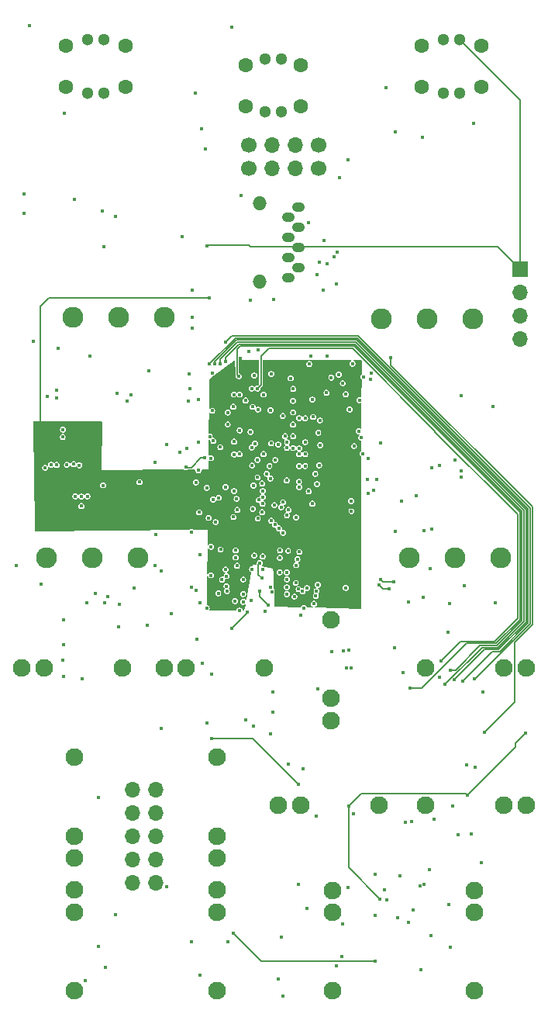
<source format=gbr>
G04 #@! TF.GenerationSoftware,KiCad,Pcbnew,8.0.5*
G04 #@! TF.CreationDate,2024-10-08T11:29:37-07:00*
G04 #@! TF.ProjectId,Sampler-built,53616d70-6c65-4722-9d62-75696c742e6b,rev?*
G04 #@! TF.SameCoordinates,PX815dad0PY77b6f90*
G04 #@! TF.FileFunction,Copper,L3,Inr*
G04 #@! TF.FilePolarity,Positive*
%FSLAX46Y46*%
G04 Gerber Fmt 4.6, Leading zero omitted, Abs format (unit mm)*
G04 Created by KiCad (PCBNEW 8.0.5) date 2024-10-08 11:29:37*
%MOMM*%
%LPD*%
G01*
G04 APERTURE LIST*
G04 #@! TA.AperFunction,ComponentPad*
%ADD10C,1.700000*%
G04 #@! TD*
G04 #@! TA.AperFunction,ComponentPad*
%ADD11O,1.700000X1.700000*%
G04 #@! TD*
G04 #@! TA.AperFunction,ComponentPad*
%ADD12R,1.700000X1.700000*%
G04 #@! TD*
G04 #@! TA.AperFunction,ComponentPad*
%ADD13C,1.930400*%
G04 #@! TD*
G04 #@! TA.AperFunction,ComponentPad*
%ADD14C,1.600000*%
G04 #@! TD*
G04 #@! TA.AperFunction,ComponentPad*
%ADD15C,1.300000*%
G04 #@! TD*
G04 #@! TA.AperFunction,ComponentPad*
%ADD16O,1.397000X1.092200*%
G04 #@! TD*
G04 #@! TA.AperFunction,ComponentPad*
%ADD17O,1.524000X1.524000*%
G04 #@! TD*
G04 #@! TA.AperFunction,ComponentPad*
%ADD18C,2.286000*%
G04 #@! TD*
G04 #@! TA.AperFunction,ViaPad*
%ADD19C,0.400000*%
G04 #@! TD*
G04 #@! TA.AperFunction,Conductor*
%ADD20C,0.203200*%
G04 #@! TD*
G04 #@! TA.AperFunction,Conductor*
%ADD21C,0.127000*%
G04 #@! TD*
G04 #@! TA.AperFunction,Conductor*
%ADD22C,0.200000*%
G04 #@! TD*
G04 APERTURE END LIST*
D10*
G04 #@! TO.N,/UART_TX*
G04 #@! TO.C,J4*
X27646648Y91469922D03*
G04 #@! TO.N,GND*
X27646648Y94009922D03*
D11*
G04 #@! TO.N,/UART_RX*
X30186648Y91469922D03*
G04 #@! TO.N,GND*
X30186648Y94009922D03*
G04 #@! TO.N,/DEBUG2*
X32726648Y91469922D03*
G04 #@! TO.N,GND*
X32726648Y94009922D03*
D10*
G04 #@! TO.N,/DEBUG3*
X35266648Y91469922D03*
G04 #@! TO.N,GND*
X35266648Y94009922D03*
G04 #@! TD*
D12*
G04 #@! TO.N,+3V3*
G04 #@! TO.C,J3*
X57226648Y80469922D03*
D11*
G04 #@! TO.N,/SWDCLK*
X57226648Y77929922D03*
G04 #@! TO.N,GND*
X57226648Y75389922D03*
G04 #@! TO.N,/SWDIO*
X57226648Y72849922D03*
G04 #@! TD*
G04 #@! TO.N,Net-(D16-A)*
G04 #@! TO.C,J10*
X14936648Y23659922D03*
X17476648Y23659922D03*
G04 #@! TO.N,GND*
X14936648Y21119922D03*
X17476648Y21119922D03*
X14936648Y18579922D03*
X17476648Y18579922D03*
X14936648Y16039922D03*
X17476648Y16039922D03*
G04 #@! TO.N,Net-(D17-K)*
X14936648Y13499922D03*
X17476648Y13499922D03*
G04 #@! TD*
D13*
G04 #@! TO.N,Net-(J12-SIG)*
G04 #@! TO.C,J12*
X8608648Y27146922D03*
G04 #@! TO.N,GND*
X8608648Y16174122D03*
X8608648Y18587122D03*
G04 #@! TD*
G04 #@! TO.N,Net-(J17-SIG)*
G04 #@! TO.C,J17*
X36800848Y1687362D03*
G04 #@! TO.N,GND*
X36800848Y12660162D03*
G04 #@! TO.N,unconnected-(J17-SW-Pad3)*
X36800848Y10247162D03*
G04 #@! TD*
G04 #@! TO.N,Net-(J16-SIG)*
G04 #@! TO.C,J16*
X52300848Y1687362D03*
G04 #@! TO.N,GND*
X52300848Y12660162D03*
G04 #@! TO.N,unconnected-(J16-SW-Pad3)*
X52300848Y10247162D03*
G04 #@! TD*
D14*
G04 #@! TO.N,unconnected-(Bank_But1-UP-A-Pad1)*
G04 #@! TO.C,Bank_But1*
X53008648Y104839922D03*
G04 #@! TO.N,Net-(Bank_But1-POLE-A)*
X46508648Y104839922D03*
G04 #@! TO.N,unconnected-(Bank_But1-DOWN-A-Pad3)*
X53008648Y100339922D03*
G04 #@! TO.N,GND*
X46508648Y100339922D03*
D15*
G04 #@! TO.N,+3V3*
X50658648Y105489922D03*
G04 #@! TO.N,Net-(Bank_But1-G)*
X48858648Y105489922D03*
G04 #@! TO.N,Net-(Bank_But1-R)*
X48858648Y99689922D03*
G04 #@! TO.N,Net-(Bank_But1-B)*
X50658648Y99689922D03*
G04 #@! TD*
D16*
G04 #@! TO.N,/D18*
G04 #@! TO.C,SD1*
X31946648Y79490171D03*
G04 #@! TO.N,/D19*
X33046468Y80589991D03*
G04 #@! TO.N,/D4*
X31946648Y81690065D03*
G04 #@! TO.N,+3V3*
X33046468Y82789885D03*
G04 #@! TO.N,/D9*
X31946648Y83889959D03*
G04 #@! TO.N,GND*
X33046468Y84989779D03*
G04 #@! TO.N,/D16*
X31946648Y86089853D03*
G04 #@! TO.N,/D17*
X33046468Y87189673D03*
D17*
G04 #@! TO.N,GND*
X28776728Y79047322D03*
X28776728Y87632522D03*
G04 #@! TD*
D18*
G04 #@! TO.N,GNDADC*
G04 #@! TO.C,POT_LENGTH1*
X15508648Y48985922D03*
G04 #@! TO.N,Net-(POT_LENGTH1-Center)*
X10508648Y48985922D03*
G04 #@! TO.N,VREF+*
X5508648Y48985922D03*
G04 #@! TD*
D13*
G04 #@! TO.N,Net-(J2-SIG)*
G04 #@! TO.C,J2*
X36636648Y42146922D03*
G04 #@! TO.N,GND*
X36636648Y31174122D03*
X36636648Y33587122D03*
G04 #@! TD*
D18*
G04 #@! TO.N,GNDADC*
G04 #@! TO.C,POT_PITCH1*
X52136648Y74985922D03*
G04 #@! TO.N,Net-(POT_PITCH1-Center)*
X47136648Y74985922D03*
G04 #@! TO.N,VREF+*
X42136648Y74985922D03*
G04 #@! TD*
D13*
G04 #@! TO.N,Net-(J7-SIG)*
G04 #@! TO.C,J7*
X13815648Y36939922D03*
G04 #@! TO.N,GND*
X2842848Y36939922D03*
X5255848Y36939922D03*
G04 #@! TD*
G04 #@! TO.N,Net-(J6-SIG)*
G04 #@! TO.C,J6*
X29343648Y36939922D03*
G04 #@! TO.N,GND*
X18370848Y36939922D03*
X20783848Y36939922D03*
G04 #@! TD*
G04 #@! TO.N,Net-(J15-SIG)*
G04 #@! TO.C,J15*
X24136648Y1732922D03*
G04 #@! TO.N,GND*
X24136648Y12705722D03*
G04 #@! TO.N,unconnected-(J15-SW-Pad3)*
X24136648Y10292722D03*
G04 #@! TD*
D14*
G04 #@! TO.N,unconnected-(REV_BUT1-UP-A-Pad1)*
G04 #@! TO.C,REV_BUT1*
X14136648Y104839922D03*
G04 #@! TO.N,Net-(REV_BUT1-POLE-A)*
X7636648Y104839922D03*
G04 #@! TO.N,unconnected-(REV_BUT1-DOWN-A-Pad3)*
X14136648Y100339922D03*
G04 #@! TO.N,GND*
X7636648Y100339922D03*
D15*
G04 #@! TO.N,+3V3*
X11786648Y105489922D03*
G04 #@! TO.N,Net-(REV_BUT1-G)*
X9986648Y105489922D03*
G04 #@! TO.N,Net-(REV_BUT1-R)*
X9986648Y99689922D03*
G04 #@! TO.N,Net-(REV_BUT1-B)*
X11786648Y99689922D03*
G04 #@! TD*
D13*
G04 #@! TO.N,Net-(J9-SIG)*
G04 #@! TO.C,J9*
X24136648Y27146922D03*
G04 #@! TO.N,GND*
X24136648Y16174122D03*
X24136648Y18587122D03*
G04 #@! TD*
G04 #@! TO.N,Net-(J8-SIG)*
G04 #@! TO.C,J8*
X46929648Y36939922D03*
G04 #@! TO.N,GND*
X57902448Y36939922D03*
X55489448Y36939922D03*
G04 #@! TD*
G04 #@! TO.N,Net-(J11-SIG)*
G04 #@! TO.C,J11*
X8608648Y1732922D03*
G04 #@! TO.N,GND*
X8608648Y12705722D03*
X8608648Y10292722D03*
G04 #@! TD*
G04 #@! TO.N,Net-(J13-SIG)*
G04 #@! TO.C,J13*
X46929648Y21939922D03*
G04 #@! TO.N,GND*
X57902448Y21939922D03*
X55489448Y21939922D03*
G04 #@! TD*
D18*
G04 #@! TO.N,GNDADC*
G04 #@! TO.C,POT_START1*
X55136648Y48985922D03*
G04 #@! TO.N,Net-(POT_START1-Center)*
X50136648Y48985922D03*
G04 #@! TO.N,VREF+*
X45136648Y48985922D03*
G04 #@! TD*
D13*
G04 #@! TO.N,Net-(J14-SIG)*
G04 #@! TO.C,J14*
X41843648Y21939922D03*
G04 #@! TO.N,GND*
X30870848Y21939922D03*
X33283848Y21939922D03*
G04 #@! TD*
D14*
G04 #@! TO.N,unconnected-(PLAY_BUT1-UP-A-Pad1)*
G04 #@! TO.C,PLAY_BUT1*
X33322648Y102739922D03*
G04 #@! TO.N,Net-(PLAY_BUT1-POLE-A)*
X27330648Y102739922D03*
G04 #@! TO.N,unconnected-(PLAY_BUT1-DOWN-A-Pad3)*
X33322648Y98239922D03*
G04 #@! TO.N,GND*
X27330648Y98239922D03*
D15*
G04 #@! TO.N,+3V3*
X31226648Y103389922D03*
G04 #@! TO.N,Net-(PLAY_BUT1-G)*
X29426648Y103389922D03*
G04 #@! TO.N,Net-(PLAY_BUT1-R)*
X29426648Y97589922D03*
G04 #@! TO.N,Net-(PLAY_BUT1-B)*
X31226648Y97589922D03*
G04 #@! TD*
D18*
G04 #@! TO.N,GNDADC*
G04 #@! TO.C,POT_SAMP1*
X18440000Y75166000D03*
G04 #@! TO.N,Net-(POT_SAMP1-Center)*
X13440000Y75166000D03*
G04 #@! TO.N,VREF+*
X8440000Y75166000D03*
G04 #@! TD*
D19*
G04 #@! TO.N,-12VA*
X9760000Y2820000D03*
X2240000Y48070000D03*
G04 #@! TO.N,GND*
X21350000Y7030000D03*
G04 #@! TO.N,-12VA*
X31340000Y1140000D03*
X22320000Y3380000D03*
G04 #@! TO.N,GND*
X11220000Y6490000D03*
X11990000Y4260000D03*
G04 #@! TO.N,+12V*
X57850000Y29780000D03*
G04 #@! TO.N,GND*
X25350000Y7030000D03*
X13100000Y10030000D03*
G04 #@! TO.N,+12V*
X9441600Y35777646D03*
X18100000Y30280000D03*
X7371600Y36030000D03*
X7308400Y37780000D03*
G04 #@! TO.N,GND*
X7290000Y62140000D03*
X32467073Y63488450D03*
X7760000Y59100000D03*
X35126648Y34659922D03*
X9986648Y55659922D03*
X14759685Y66760315D03*
X8696570Y55650000D03*
X6631700Y59078300D03*
X42716648Y11619922D03*
X27660000Y71480000D03*
X6660000Y67260000D03*
X29041884Y46717168D03*
X29160149Y55583849D03*
X38466648Y12949922D03*
X9130000Y59040000D03*
X49426648Y40839922D03*
X33592383Y25926500D03*
X27894820Y44282832D03*
X30226648Y34329922D03*
X48466648Y58979922D03*
X49576648Y43979922D03*
X11716648Y56849922D03*
X31330148Y64426600D03*
X39126648Y61129922D03*
X20126500Y60460000D03*
X3676648Y106989922D03*
X31176648Y7579922D03*
X27261648Y31269922D03*
X4929601Y46089769D03*
X36130000Y66950000D03*
X15696648Y57199922D03*
X25786648Y106889922D03*
X51946648Y18769922D03*
X6830000Y71790000D03*
X30846648Y2964922D03*
X38646648Y65139922D03*
X9366648Y55639922D03*
X33624273Y43481587D03*
X8460000Y59170000D03*
X52326648Y26119922D03*
X30131798Y45185040D03*
X29410753Y43104582D03*
X22110000Y66190000D03*
X13056648Y86204922D03*
X50140000Y59620000D03*
X7340000Y62940000D03*
X43630000Y51810000D03*
X50456648Y18689922D03*
X31377148Y51676600D03*
X22086562Y61579836D03*
X6051700Y59108300D03*
X44280000Y55100000D03*
X5386648Y58759922D03*
X28850148Y48386600D03*
X50870000Y57744922D03*
X47607148Y52040000D03*
G04 #@! TO.N,+3V3*
X31530148Y69936600D03*
X23570148Y66686600D03*
X23536648Y36209922D03*
X29220148Y58966600D03*
X8370000Y60310000D03*
X23080000Y82960000D03*
X37830612Y60045497D03*
X25257284Y43948568D03*
X26702208Y70726780D03*
X23280000Y77320000D03*
X7371600Y42200000D03*
X30015212Y45721488D03*
X31376648Y52496600D03*
X28816112Y45286010D03*
X15366648Y53079922D03*
X12240000Y44740000D03*
X7780000Y60250000D03*
X47460000Y47780000D03*
X29180148Y47686600D03*
X6890000Y60360000D03*
X5431700Y60438300D03*
X9100000Y60300000D03*
X7960000Y52910000D03*
X25566148Y50583048D03*
X6121700Y60408300D03*
X53230000Y34280000D03*
X35310148Y63326600D03*
X25766648Y41249922D03*
X48494510Y35919637D03*
X27450148Y42996600D03*
X44510000Y36380000D03*
X29763498Y43751210D03*
G04 #@! TO.N,/A4*
X21890000Y45390000D03*
X7371600Y39500000D03*
G04 #@! TO.N,GNDADC*
X43421522Y46281522D03*
X41999998Y46600000D03*
G04 #@! TO.N,/A5*
X22566648Y37389922D03*
X23056648Y30950422D03*
X19156648Y42829922D03*
X21330000Y45750000D03*
G04 #@! TO.N,+12V*
X50850000Y58422531D03*
X47606648Y58739922D03*
X10256648Y70999922D03*
X33056648Y24199922D03*
X38546648Y21829922D03*
X51546648Y23049922D03*
X41436648Y4899922D03*
X41966648Y11719922D03*
X25916648Y7999922D03*
X11806648Y82929922D03*
X23546648Y29199922D03*
X4125000Y72530000D03*
X9326648Y54599922D03*
X51134148Y45879922D03*
X10859257Y45077313D03*
G04 #@! TO.N,-12VA*
X11670000Y86830000D03*
X43916648Y9679922D03*
X47346648Y14909922D03*
X43536648Y39099922D03*
X33986648Y10699922D03*
X30236648Y32109922D03*
X42446648Y12669922D03*
X45056648Y9109922D03*
X46740000Y51910000D03*
X33056648Y13299922D03*
X8610000Y88020000D03*
X30036648Y29739922D03*
G04 #@! TO.N,/A2*
X21945316Y40095314D03*
X22330000Y44040000D03*
G04 #@! TO.N,/A7*
X20380000Y84010000D03*
X21090000Y69050000D03*
X23510000Y59820000D03*
X21426500Y75230000D03*
G04 #@! TO.N,/A6*
X23620148Y64996600D03*
X26780000Y88520000D03*
X26019346Y60235598D03*
X25324993Y64806600D03*
G04 #@! TO.N,/D6*
X41606648Y57489922D03*
X42577800Y100236803D03*
G04 #@! TO.N,/D8*
X17370000Y59380000D03*
X33984612Y45645009D03*
X35078011Y56989600D03*
X17376648Y48089922D03*
X22480000Y95780000D03*
X17430000Y51480000D03*
G04 #@! TO.N,/A9*
X21850000Y57180000D03*
X21052493Y66026180D03*
G04 #@! TO.N,/D15*
X31970000Y26390000D03*
X38800000Y36960000D03*
X38580000Y38830000D03*
X41290000Y56343500D03*
X34170148Y56206600D03*
X31580004Y62206644D03*
G04 #@! TO.N,/D13*
X37980000Y38810000D03*
X31820000Y61559241D03*
X38270000Y36960000D03*
X11166648Y22769922D03*
G04 #@! TO.N,VREF+*
X20760000Y58820000D03*
X5650000Y66590000D03*
X42950000Y45590000D03*
X6640000Y66380000D03*
X41860000Y46010000D03*
X22810000Y59850000D03*
G04 #@! TO.N,/D11*
X40076648Y60299922D03*
X36188769Y70962043D03*
X34390000Y70990000D03*
X35326648Y81209922D03*
G04 #@! TO.N,/D10*
X21820000Y99699922D03*
X40696648Y59739922D03*
G04 #@! TO.N,/D14*
X36966648Y81799922D03*
X34160000Y85480000D03*
X36164039Y81027313D03*
X35212341Y62598793D03*
G04 #@! TO.N,/D12*
X37293648Y82329922D03*
X37900000Y67990000D03*
X34670148Y64316600D03*
X37456648Y68939922D03*
G04 #@! TO.N,/D0*
X46560000Y94840000D03*
X38956500Y70132256D03*
G04 #@! TO.N,/D1*
X30330000Y77130000D03*
X38460000Y92390000D03*
X23660000Y69100000D03*
X27820000Y77043000D03*
X37536500Y90450000D03*
X43670000Y95430000D03*
G04 #@! TO.N,/D3*
X22851420Y93542248D03*
X34576648Y66219922D03*
X21426500Y78140000D03*
X35790148Y78150000D03*
G04 #@! TO.N,GND*
X18615703Y13066500D03*
X42060000Y61500000D03*
X35401468Y63937921D03*
X39866648Y62059922D03*
G04 #@! TO.N,/D5*
X52190000Y96380000D03*
X40144998Y68684998D03*
G04 #@! TO.N,/D19*
X32493699Y67376471D03*
G04 #@! TO.N,/D18*
X36646648Y68609922D03*
X37220148Y78840000D03*
G04 #@! TO.N,/D7*
X33128407Y58943681D03*
X18026648Y47499922D03*
X33514104Y45272685D03*
X15120000Y45620000D03*
X3060000Y86560000D03*
X3060000Y88670000D03*
G04 #@! TO.N,/D17*
X33137911Y64188837D03*
G04 #@! TO.N,/D16*
X35810000Y83590000D03*
X33780148Y64166600D03*
X35110000Y79850000D03*
G04 #@! TO.N,/D9*
X32186648Y68539922D03*
G04 #@! TO.N,/A0*
X22266648Y49319922D03*
X28130000Y30549922D03*
X23030000Y43440000D03*
X26625255Y60266600D03*
G04 #@! TO.N,/A1*
X23032904Y56583666D03*
X21190000Y67380000D03*
G04 #@! TO.N,/A3*
X20840000Y60920000D03*
X54260000Y65440000D03*
X50820000Y66640000D03*
X21410000Y74040000D03*
G04 #@! TO.N,/A8*
X16570000Y41620000D03*
X21330000Y51770000D03*
X22220000Y53900000D03*
X24520000Y61020000D03*
G04 #@! TO.N,Net-(J2-SIG)*
X36650000Y38690000D03*
G04 #@! TO.N,Net-(C46-Pad1)*
X45940000Y55760000D03*
X54590000Y44050000D03*
G04 #@! TO.N,Net-(POT_LENGTH1-Center)*
X16680000Y69390000D03*
G04 #@! TO.N,Net-(REV_BUT1-R)*
X7480000Y97490000D03*
G04 #@! TO.N,/D4*
X32440148Y66076600D03*
G04 #@! TO.N,/VCOM*
X53026648Y15709922D03*
X47896648Y20419922D03*
X34996648Y20779922D03*
G04 #@! TO.N,GNDA*
X41396648Y14359922D03*
X49906648Y21819922D03*
X49496648Y11089922D03*
X44116648Y14189922D03*
G04 #@! TO.N,Net-(U2B-VCAP_1)*
X30052594Y61439046D03*
G04 #@! TO.N,+3.3VADC*
X22130000Y58500000D03*
X14324685Y66015315D03*
X18630000Y61340000D03*
X13250000Y66930000D03*
G04 #@! TO.N,/BOOT0*
X28040148Y65416600D03*
X28610000Y71660000D03*
G04 #@! TO.N,Net-(C152-Pad1)*
X41416648Y9909922D03*
X37776648Y5439922D03*
G04 #@! TO.N,Net-(C152-Pad2)*
X37876648Y8999922D03*
X37176648Y4429922D03*
G04 #@! TO.N,Net-(C153-Pad1)*
X46456648Y3999922D03*
X49606648Y6419922D03*
G04 #@! TO.N,Net-(C153-Pad2)*
X47526648Y7679922D03*
X45586648Y10499922D03*
G04 #@! TO.N,/SWDCLK*
X41040000Y69120000D03*
G04 #@! TO.N,/SWDIO*
X40900000Y68450000D03*
G04 #@! TO.N,/UART_TX*
X23355436Y62176342D03*
G04 #@! TO.N,/UART_RX*
X23756648Y61713342D03*
G04 #@! TO.N,/DEBUG2*
X27270148Y66116600D03*
G04 #@! TO.N,/DEBUG3*
X30090148Y69016600D03*
G04 #@! TO.N,Net-(J9-SIG)*
X11920000Y44069922D03*
X9896648Y44069922D03*
X13476648Y43839922D03*
X13368517Y41374179D03*
G04 #@! TO.N,/LOUT+*
X46768085Y13276875D03*
X45440443Y20121525D03*
G04 #@! TO.N,/LOUT-*
X46302549Y13095823D03*
X44770000Y20070000D03*
G04 #@! TO.N,Net-(U15A--)*
X45050000Y44110000D03*
X46646648Y44620000D03*
G04 #@! TO.N,/I2C1_SCL*
X52270000Y35720000D03*
X25080000Y72440000D03*
G04 #@! TO.N,/I2C1_SDA*
X48600000Y37720000D03*
X28587926Y67413227D03*
G04 #@! TO.N,/RIN*
X39096648Y21019922D03*
X51380000Y26310000D03*
G04 #@! TO.N,/SAI_SD_B*
X50966648Y35469922D03*
X23313500Y70089922D03*
G04 #@! TO.N,/SAI_MCLK*
X24525714Y70147986D03*
X49086648Y35169922D03*
G04 #@! TO.N,/SD-NBL1*
X32820148Y48136600D03*
X27930148Y67406600D03*
G04 #@! TO.N,/SD-NBL0*
X26626648Y66761634D03*
X24706648Y46559922D03*
G04 #@! TO.N,/SD-CKE1*
X31000148Y47366600D03*
X28220148Y68846600D03*
G04 #@! TO.N,/CODEC_RESET*
X53350000Y29880000D03*
X43140000Y70800000D03*
G04 #@! TO.N,/SAI_FS*
X50096648Y35649922D03*
X23946648Y70089922D03*
G04 #@! TO.N,/SAI_SCK*
X25079797Y70378194D03*
X49633148Y36706922D03*
G04 #@! TO.N,/SAI_SD_A*
X45216648Y34739922D03*
X26545162Y68750000D03*
X25980148Y66766600D03*
G04 #@! TO.N,/SD-NCAS*
X30010148Y65056600D03*
X29230148Y66756600D03*
X28630148Y65116600D03*
X28000148Y47706600D03*
G04 #@! TO.N,/SD-D2*
X34750148Y43926600D03*
X27001504Y44144801D03*
X38220000Y45670000D03*
X32475175Y64816600D03*
G04 #@! TO.N,/SD-D3*
X39646648Y62769922D03*
X25240148Y45306600D03*
X40596648Y57489922D03*
X34951969Y44758655D03*
X34230518Y70100422D03*
X39746648Y66149922D03*
X40660000Y55980000D03*
X38216648Y66799922D03*
G04 #@! TO.N,/SD-A0*
X26020441Y56233100D03*
X25938033Y65424485D03*
G04 #@! TO.N,/SD-A2*
X23739582Y55306988D03*
X25327832Y63504212D03*
G04 #@! TO.N,/SD-A1*
X26200148Y49756600D03*
X27823713Y62678745D03*
X24540148Y49836600D03*
X23249678Y53300392D03*
G04 #@! TO.N,/SD-CLK*
X30850000Y61310000D03*
X31793718Y47350078D03*
G04 #@! TO.N,/SD-A3*
X26634091Y62856225D03*
X24356582Y55499724D03*
G04 #@! TO.N,/SD-A4*
X28690328Y55256420D03*
X28604794Y53245314D03*
G04 #@! TO.N,/SD-NWE*
X27938309Y60986600D03*
X25090148Y47666600D03*
G04 #@! TO.N,/SD-A5*
X26015923Y61625332D03*
X25098336Y56673600D03*
G04 #@! TO.N,/SD-BA1*
X26199851Y48976600D03*
X29147148Y56226600D03*
X38796648Y55139922D03*
X32480148Y62206600D03*
G04 #@! TO.N,/SD-BA0*
X34586000Y54850000D03*
X32480148Y60916600D03*
X30080148Y52996600D03*
X28212231Y49192043D03*
G04 #@! TO.N,/SD-D1*
X26130148Y44216600D03*
X33776648Y61559922D03*
G04 #@! TO.N,/SD-A12*
X35449759Y61234467D03*
X32780148Y53346600D03*
X32940148Y48786600D03*
X38846648Y54029922D03*
G04 #@! TO.N,/SD-A11*
X25960148Y53396600D03*
X31030148Y48936600D03*
X29157895Y49098949D03*
X29227297Y60273838D03*
G04 #@! TO.N,/SD-NE1*
X24290148Y45076600D03*
X31799403Y60955476D03*
G04 #@! TO.N,/SD-D0*
X33137799Y60883323D03*
X26610148Y43186600D03*
G04 #@! TO.N,/SD-A7*
X31805148Y53591600D03*
X30932854Y52149306D03*
X28301309Y61406600D03*
X31038298Y49753057D03*
G04 #@! TO.N,/SD-A10*
X28584981Y59626600D03*
X24010148Y52846600D03*
G04 #@! TO.N,/SD-D10*
X35173541Y46006567D03*
X33125100Y60266600D03*
G04 #@! TO.N,/SD-D15*
X33306648Y42689922D03*
X35303774Y59034484D03*
G04 #@! TO.N,/SD-A6*
X28004168Y59012826D03*
X26311416Y55385332D03*
G04 #@! TO.N,/SD-A9*
X26388468Y54178280D03*
X28602454Y57711044D03*
G04 #@! TO.N,/SD-D5*
X25200148Y45846600D03*
X29120148Y54846600D03*
X31377148Y55006600D03*
X29874955Y58959407D03*
G04 #@! TO.N,/SD-D6*
X27010148Y46566600D03*
X30530148Y59611564D03*
X31977148Y54176600D03*
X30490148Y52546600D03*
G04 #@! TO.N,/SD-D8*
X31772344Y57384567D03*
X33166648Y49586600D03*
G04 #@! TO.N,/SD-D11*
X35036648Y45303891D03*
X31780148Y45726600D03*
X33775121Y60256600D03*
X33080172Y45521667D03*
G04 #@! TO.N,/SD-D14*
X34882955Y58099407D03*
X32606828Y44703280D03*
G04 #@! TO.N,/SD-D13*
X31806208Y44976600D03*
X33770148Y58961622D03*
G04 #@! TO.N,/SD-NRAS*
X26337018Y48084194D03*
X28149795Y56836246D03*
G04 #@! TO.N,/SD-A8*
X31909845Y49700041D03*
X29103295Y57048833D03*
G04 #@! TO.N,/SD-D4*
X28077148Y54286600D03*
X27005660Y44984066D03*
X29610148Y58116600D03*
X23510148Y47036600D03*
X30420148Y54698942D03*
X23520148Y50146600D03*
G04 #@! TO.N,/SD-D7*
X29089623Y53923600D03*
X29973148Y57596600D03*
X25213648Y46944332D03*
X31158468Y54468280D03*
G04 #@! TO.N,/SD-D9*
X31806445Y46583258D03*
X33136828Y56673280D03*
G04 #@! TO.N,/SD-D12*
X33114898Y57250030D03*
X32754241Y46205255D03*
G04 #@! TD*
D20*
G04 #@! TO.N,+12V*
X56750000Y28680000D02*
X57850000Y29780000D01*
D21*
G04 #@! TO.N,GND*
X28850148Y48386600D02*
X28678548Y48215000D01*
X28678548Y48215000D02*
X28678548Y47080504D01*
X28678548Y47080504D02*
X29041884Y46717168D01*
D20*
G04 #@! TO.N,+3V3*
X57226648Y98921922D02*
X57226648Y80469922D01*
X27450148Y42996600D02*
X27450148Y42933422D01*
X50658648Y105489922D02*
X57226648Y98921922D01*
D22*
X4860000Y61010000D02*
X5431700Y60438300D01*
X23280000Y77320000D02*
X5820000Y77320000D01*
X5820000Y77320000D02*
X4860000Y76360000D01*
D20*
X23209959Y83089959D02*
X23080000Y82960000D01*
X28816112Y45286010D02*
X28816112Y44698596D01*
D22*
X4860000Y76360000D02*
X4860000Y61010000D01*
D20*
X54836570Y82860000D02*
X57226648Y80469922D01*
X27450148Y42933422D02*
X25766648Y41249922D01*
X27606828Y83089959D02*
X27836787Y82860000D01*
X27606828Y83089959D02*
X23209959Y83089959D01*
X27836787Y82860000D02*
X54836570Y82860000D01*
X28816112Y44698596D02*
X29763498Y43751210D01*
G04 #@! TO.N,GNDADC*
X43421522Y46281522D02*
X42318476Y46281522D01*
X42318476Y46281522D02*
X41999998Y46600000D01*
G04 #@! TO.N,+12V*
X23546648Y29199922D02*
X28056648Y29199922D01*
X41966648Y11719922D02*
X38546648Y15139922D01*
X56750000Y28680000D02*
X56750000Y28253274D01*
X28056648Y29199922D02*
X33056648Y24199922D01*
X39921848Y23205122D02*
X38546648Y21829922D01*
X25916648Y7999922D02*
X28986648Y4929922D01*
X51391448Y23205122D02*
X39921848Y23205122D01*
X38546648Y15139922D02*
X38546648Y21829922D01*
X28986648Y4929922D02*
X41406648Y4929922D01*
X56750000Y28253274D02*
X51546648Y23049922D01*
X41406648Y4929922D02*
X41436648Y4899922D01*
X51546648Y23049922D02*
X51391448Y23205122D01*
D21*
G04 #@! TO.N,VREF+*
X22400000Y59850000D02*
X22810000Y59850000D01*
D20*
X42280000Y45590000D02*
X41860000Y46010000D01*
X42950000Y45590000D02*
X42280000Y45590000D01*
D21*
X20780000Y58800000D02*
X20760000Y58820000D01*
X21350000Y58800000D02*
X20780000Y58800000D01*
X21350000Y58800000D02*
X22400000Y59850000D01*
G04 #@! TO.N,/I2C1_SCL*
X58364997Y54400133D02*
X39605130Y73160000D01*
X52365130Y35720000D02*
X58364998Y41719868D01*
X25800000Y73160000D02*
X25080000Y72440000D01*
X52270000Y35720000D02*
X52365130Y35720000D01*
X58364998Y41719868D02*
X58364997Y54400133D01*
X39605130Y73160000D02*
X25800000Y73160000D01*
G04 #@! TO.N,/I2C1_SDA*
X50720000Y39840000D02*
X48600000Y37720000D01*
X28960148Y70943422D02*
X29814726Y71798000D01*
X47970148Y62680000D02*
X57000000Y53650148D01*
X28960148Y67785449D02*
X28960148Y70943422D01*
X57000000Y53650148D02*
X57000000Y42360000D01*
X54480000Y39840000D02*
X50720000Y39840000D01*
X38952000Y71798000D02*
X47970148Y62779852D01*
X57000000Y42360000D02*
X54480000Y39840000D01*
X29814726Y71798000D02*
X38952000Y71798000D01*
X28587926Y67413227D02*
X28960148Y67785449D01*
X47970148Y62779852D02*
X47970148Y62680000D01*
G04 #@! TO.N,/SAI_SD_B*
X50966648Y35469922D02*
X54201727Y38705001D01*
X54201727Y38705001D02*
X55029106Y38705002D01*
X39511104Y72933000D02*
X26156578Y72933000D01*
X58137998Y54306106D02*
X39511104Y72933000D01*
X26156578Y72933000D02*
X23313500Y70089922D01*
X58137998Y41813894D02*
X58137998Y54306106D01*
X55029106Y38705002D02*
X58137998Y41813894D01*
G04 #@! TO.N,/SAI_MCLK*
X54841053Y39159001D02*
X57683998Y42001946D01*
X57683999Y54118053D02*
X39323052Y72479000D01*
X53075727Y39159001D02*
X54841053Y39159001D01*
X26396540Y72479000D02*
X24525714Y70608174D01*
X24525714Y70608174D02*
X24525714Y70147986D01*
X39323052Y72479000D02*
X26396540Y72479000D01*
X49086648Y35169922D02*
X53075727Y39159001D01*
X57683998Y42001946D02*
X57683999Y54118053D01*
G04 #@! TO.N,/CODEC_RESET*
X58591997Y54494159D02*
X43140000Y69946156D01*
X56670147Y33200147D02*
X56670147Y39703991D01*
X56670147Y39703991D02*
X58591997Y41625841D01*
X58591997Y41625841D02*
X58591997Y54494159D01*
X43140000Y69946156D02*
X43140000Y70800000D01*
X53350000Y29880000D02*
X56670147Y33200147D01*
G04 #@! TO.N,/SAI_FS*
X57910999Y54212079D02*
X57910998Y41907920D01*
X57910998Y41907920D02*
X54935079Y38932001D01*
X23946648Y70350134D02*
X26302514Y72706000D01*
X54935079Y38932001D02*
X53378726Y38932000D01*
X23946648Y70089922D02*
X23946648Y70350134D01*
X53378726Y38932000D02*
X50096648Y35649922D01*
X39417078Y72706000D02*
X57910999Y54212079D01*
X26302514Y72706000D02*
X39417078Y72706000D01*
G04 #@! TO.N,/SAI_SCK*
X50197948Y36706922D02*
X52877026Y39386000D01*
X39229026Y72252000D02*
X26570974Y72252000D01*
X25079797Y70760823D02*
X25079797Y70378194D01*
X49633148Y36706922D02*
X50197948Y36706922D01*
X57456999Y54024027D02*
X39229026Y72252000D01*
X57456998Y42095972D02*
X57456999Y54024027D01*
X26570974Y72252000D02*
X25079797Y70760823D01*
X52877026Y39386000D02*
X54747027Y39386001D01*
X54747027Y39386001D02*
X57456998Y42095972D01*
G04 #@! TO.N,/SAI_SD_A*
X26338708Y69868359D02*
X26338708Y71698708D01*
X26545162Y68750000D02*
X26380000Y68915162D01*
X26380000Y69827067D02*
X26338708Y69868359D01*
X39135000Y72025000D02*
X57230000Y53930000D01*
X57230000Y53930000D02*
X57229998Y42189998D01*
X46506648Y34739922D02*
X45216648Y34739922D01*
X54653000Y39613000D02*
X51379726Y39613000D01*
X26338708Y71698708D02*
X26665000Y72025000D01*
X57229998Y42189998D02*
X54653000Y39613000D01*
X51379726Y39613000D02*
X46506648Y34739922D01*
X26665000Y72025000D02*
X39135000Y72025000D01*
X26380000Y68915162D02*
X26380000Y69827067D01*
G04 #@! TD*
G04 #@! TA.AperFunction,Conductor*
G04 #@! TO.N,+3V3*
G36*
X11535562Y63826998D02*
G01*
X11579682Y63808516D01*
X11597810Y63764248D01*
X11597807Y63763766D01*
X11536648Y58549923D01*
X11536648Y58549922D01*
X20540467Y58557559D01*
X20580690Y58542939D01*
X20593724Y58532002D01*
X20702253Y58492500D01*
X20702256Y58492500D01*
X20817744Y58492500D01*
X20817747Y58492500D01*
X20926276Y58532002D01*
X20939751Y58543310D01*
X20979867Y58557932D01*
X21734897Y58558572D01*
X21779105Y58540305D01*
X21793801Y58504910D01*
X21796499Y58505385D01*
X21797448Y58500002D01*
X21797448Y58500000D01*
X21817503Y58386261D01*
X21875250Y58286240D01*
X21963724Y58212002D01*
X22072253Y58172500D01*
X22072256Y58172500D01*
X22187744Y58172500D01*
X22187747Y58172500D01*
X22296276Y58212002D01*
X22384750Y58286240D01*
X22442497Y58386261D01*
X22462552Y58500000D01*
X22462551Y58500002D01*
X22463501Y58505385D01*
X22465952Y58504953D01*
X22480858Y58540937D01*
X22524996Y58559243D01*
X23326648Y58559922D01*
X23291637Y56790528D01*
X23287656Y56797423D01*
X23287654Y56797426D01*
X23199179Y56871665D01*
X23090653Y56911166D01*
X23090651Y56911166D01*
X22975157Y56911166D01*
X22975154Y56911166D01*
X22866628Y56871665D01*
X22778154Y56797427D01*
X22720407Y56697406D01*
X22720407Y56697405D01*
X22700352Y56583666D01*
X22720407Y56469927D01*
X22778154Y56369906D01*
X22866628Y56295668D01*
X22975157Y56256166D01*
X22975160Y56256166D01*
X23090648Y56256166D01*
X23090651Y56256166D01*
X23199180Y56295668D01*
X23283240Y56366204D01*
X23229058Y53627892D01*
X23191928Y53627892D01*
X23083402Y53588391D01*
X22994928Y53514153D01*
X22937181Y53414132D01*
X22937181Y53414131D01*
X22917126Y53300392D01*
X22937181Y53186653D01*
X22994928Y53086632D01*
X23083402Y53012394D01*
X23191931Y52972892D01*
X23191934Y52972892D01*
X23216098Y52972892D01*
X23196648Y51989922D01*
X23139256Y51989529D01*
X21613533Y51979057D01*
X21572930Y51993678D01*
X21496275Y52057999D01*
X21387749Y52097500D01*
X21387747Y52097500D01*
X21272253Y52097500D01*
X21272250Y52097500D01*
X21163724Y52057999D01*
X21082398Y51989759D01*
X21042653Y51975138D01*
X4333525Y51860437D01*
X4289206Y51878440D01*
X4270597Y51922507D01*
X4270598Y51923415D01*
X4276885Y52589162D01*
X4251753Y53900000D01*
X21887448Y53900000D01*
X21907503Y53786261D01*
X21965250Y53686240D01*
X22053724Y53612002D01*
X22118593Y53588391D01*
X22162253Y53572500D01*
X22162256Y53572500D01*
X22277744Y53572500D01*
X22277747Y53572500D01*
X22386276Y53612002D01*
X22474750Y53686240D01*
X22532497Y53786261D01*
X22552552Y53900000D01*
X22532497Y54013739D01*
X22474750Y54113760D01*
X22386276Y54187998D01*
X22386275Y54187999D01*
X22277749Y54227500D01*
X22277747Y54227500D01*
X22162253Y54227500D01*
X22162250Y54227500D01*
X22053724Y54187999D01*
X21965250Y54113761D01*
X21907503Y54013740D01*
X21887448Y53900000D01*
X4251753Y53900000D01*
X4238334Y54599922D01*
X8994096Y54599922D01*
X9014151Y54486183D01*
X9071898Y54386162D01*
X9160372Y54311924D01*
X9268901Y54272422D01*
X9268904Y54272422D01*
X9384392Y54272422D01*
X9384395Y54272422D01*
X9492924Y54311924D01*
X9581398Y54386162D01*
X9639145Y54486183D01*
X9659200Y54599922D01*
X9639145Y54713661D01*
X9581398Y54813682D01*
X9492924Y54887920D01*
X9492923Y54887921D01*
X9384397Y54927422D01*
X9384395Y54927422D01*
X9268901Y54927422D01*
X9268898Y54927422D01*
X9160372Y54887921D01*
X9071898Y54813683D01*
X9014151Y54713662D01*
X9014151Y54713661D01*
X8994096Y54599922D01*
X4238334Y54599922D01*
X4218201Y55650000D01*
X8364018Y55650000D01*
X8384073Y55536261D01*
X8441820Y55436240D01*
X8530294Y55362002D01*
X8638823Y55322500D01*
X8638826Y55322500D01*
X8754314Y55322500D01*
X8754317Y55322500D01*
X8862846Y55362002D01*
X8951320Y55436240D01*
X8974573Y55476516D01*
X9012522Y55505636D01*
X9059948Y55499393D01*
X9082825Y55476516D01*
X9111895Y55426165D01*
X9111897Y55426163D01*
X9200372Y55351924D01*
X9281209Y55322501D01*
X9308901Y55312422D01*
X9308904Y55312422D01*
X9424392Y55312422D01*
X9424395Y55312422D01*
X9532924Y55351924D01*
X9621398Y55426162D01*
X9628648Y55438721D01*
X9666597Y55467841D01*
X9714023Y55461599D01*
X9730650Y55447648D01*
X9731894Y55446165D01*
X9820372Y55371924D01*
X9875320Y55351924D01*
X9928901Y55332422D01*
X9928904Y55332422D01*
X10044392Y55332422D01*
X10044395Y55332422D01*
X10152924Y55371924D01*
X10241398Y55446162D01*
X10299145Y55546183D01*
X10319200Y55659922D01*
X10299145Y55773661D01*
X10241398Y55873682D01*
X10164748Y55937999D01*
X10152923Y55947921D01*
X10044397Y55987422D01*
X10044395Y55987422D01*
X9928901Y55987422D01*
X9928898Y55987422D01*
X9820372Y55947921D01*
X9731897Y55873682D01*
X9731895Y55873679D01*
X9724645Y55861122D01*
X9686694Y55832003D01*
X9639268Y55838249D01*
X9622644Y55852197D01*
X9621397Y55853683D01*
X9532923Y55927921D01*
X9424397Y55967422D01*
X9424395Y55967422D01*
X9308901Y55967422D01*
X9308898Y55967422D01*
X9200372Y55927921D01*
X9111897Y55853682D01*
X9111895Y55853679D01*
X9088644Y55813407D01*
X9050694Y55784287D01*
X9003268Y55790531D01*
X8980391Y55813407D01*
X8969655Y55832003D01*
X8951320Y55863760D01*
X8939496Y55873682D01*
X8862845Y55937999D01*
X8754319Y55977500D01*
X8754317Y55977500D01*
X8638823Y55977500D01*
X8638820Y55977500D01*
X8530294Y55937999D01*
X8441820Y55863761D01*
X8384073Y55763740D01*
X8384073Y55763739D01*
X8364018Y55650000D01*
X4218201Y55650000D01*
X4195195Y56849922D01*
X11384096Y56849922D01*
X11404151Y56736183D01*
X11461898Y56636162D01*
X11550372Y56561924D01*
X11658901Y56522422D01*
X11658904Y56522422D01*
X11774392Y56522422D01*
X11774395Y56522422D01*
X11882924Y56561924D01*
X11971398Y56636162D01*
X12029145Y56736183D01*
X12049200Y56849922D01*
X12029145Y56963661D01*
X11971398Y57063682D01*
X11968325Y57066261D01*
X11882923Y57137921D01*
X11774397Y57177422D01*
X11774395Y57177422D01*
X11658901Y57177422D01*
X11658898Y57177422D01*
X11550372Y57137921D01*
X11461898Y57063683D01*
X11404151Y56963662D01*
X11404151Y56963661D01*
X11384096Y56849922D01*
X4195195Y56849922D01*
X4188485Y57199922D01*
X15364096Y57199922D01*
X15384151Y57086183D01*
X15441898Y56986162D01*
X15530372Y56911924D01*
X15638901Y56872422D01*
X15638904Y56872422D01*
X15754392Y56872422D01*
X15754395Y56872422D01*
X15862924Y56911924D01*
X15951398Y56986162D01*
X16009145Y57086183D01*
X16025687Y57180000D01*
X21517448Y57180000D01*
X21537503Y57066261D01*
X21595250Y56966240D01*
X21683724Y56892002D01*
X21792253Y56852500D01*
X21792256Y56852500D01*
X21907744Y56852500D01*
X21907747Y56852500D01*
X22016276Y56892002D01*
X22104750Y56966240D01*
X22162497Y57066261D01*
X22182552Y57180000D01*
X22162497Y57293739D01*
X22104750Y57393760D01*
X22016276Y57467998D01*
X22016275Y57467999D01*
X21907749Y57507500D01*
X21907747Y57507500D01*
X21792253Y57507500D01*
X21792250Y57507500D01*
X21683724Y57467999D01*
X21595250Y57393761D01*
X21537503Y57293740D01*
X21537503Y57293739D01*
X21517448Y57180000D01*
X16025687Y57180000D01*
X16029200Y57199922D01*
X16009145Y57313661D01*
X15951398Y57413682D01*
X15862924Y57487920D01*
X15862923Y57487921D01*
X15754397Y57527422D01*
X15754395Y57527422D01*
X15638901Y57527422D01*
X15638898Y57527422D01*
X15530372Y57487921D01*
X15441898Y57413683D01*
X15384151Y57313662D01*
X15384151Y57313661D01*
X15364096Y57199922D01*
X4188485Y57199922D01*
X4158576Y58759922D01*
X5054096Y58759922D01*
X5074151Y58646183D01*
X5131898Y58546162D01*
X5220372Y58471924D01*
X5328901Y58432422D01*
X5328904Y58432422D01*
X5444392Y58432422D01*
X5444395Y58432422D01*
X5552924Y58471924D01*
X5641398Y58546162D01*
X5699145Y58646183D01*
X5719200Y58759922D01*
X5719199Y58759924D01*
X5719200Y58759925D01*
X5707659Y58825377D01*
X5718012Y58872079D01*
X5758356Y58897780D01*
X5805058Y58887427D01*
X5809376Y58884113D01*
X5885424Y58820302D01*
X5993953Y58780800D01*
X5993956Y58780800D01*
X6109444Y58780800D01*
X6109447Y58780800D01*
X6217976Y58820302D01*
X6285216Y58876724D01*
X6330837Y58891107D01*
X6373268Y58869019D01*
X6373651Y58868471D01*
X6376950Y58864540D01*
X6465424Y58790302D01*
X6570650Y58752002D01*
X6573953Y58750800D01*
X6573956Y58750800D01*
X6689444Y58750800D01*
X6689447Y58750800D01*
X6797976Y58790302D01*
X6886450Y58864540D01*
X6944197Y58964561D01*
X6964252Y59078300D01*
X6960426Y59100000D01*
X7427448Y59100000D01*
X7447503Y58986261D01*
X7505250Y58886240D01*
X7593724Y58812002D01*
X7679446Y58780801D01*
X7702253Y58772500D01*
X7702256Y58772500D01*
X7817744Y58772500D01*
X7817747Y58772500D01*
X7926276Y58812002D01*
X8014750Y58886240D01*
X8072497Y58986261D01*
X8072497Y58986262D01*
X8075231Y58990997D01*
X8077490Y58989693D01*
X8103574Y59018184D01*
X8151362Y59020293D01*
X8184140Y58992802D01*
X8205247Y58956243D01*
X8205249Y58956241D01*
X8205250Y58956240D01*
X8293724Y58882002D01*
X8402253Y58842500D01*
X8402256Y58842500D01*
X8517744Y58842500D01*
X8517747Y58842500D01*
X8626276Y58882002D01*
X8714750Y58956240D01*
X8714751Y58956243D01*
X8716728Y58957901D01*
X8762349Y58972285D01*
X8804780Y58950197D01*
X8815633Y58931398D01*
X8817501Y58926265D01*
X8817502Y58926262D01*
X8817503Y58926261D01*
X8875250Y58826240D01*
X8963724Y58752002D01*
X9072253Y58712500D01*
X9072256Y58712500D01*
X9187744Y58712500D01*
X9187747Y58712500D01*
X9296276Y58752002D01*
X9384750Y58826240D01*
X9442497Y58926261D01*
X9462552Y59040000D01*
X9442497Y59153739D01*
X9384750Y59253760D01*
X9355140Y59278606D01*
X9296275Y59327999D01*
X9187749Y59367500D01*
X9187747Y59367500D01*
X9072253Y59367500D01*
X9072250Y59367500D01*
X8963724Y59327999D01*
X8873271Y59252100D01*
X8827649Y59237716D01*
X8785219Y59259804D01*
X8774365Y59278606D01*
X8772497Y59283737D01*
X8772497Y59283739D01*
X8714750Y59383760D01*
X8709700Y59387998D01*
X8626275Y59457999D01*
X8517749Y59497500D01*
X8517747Y59497500D01*
X8402253Y59497500D01*
X8402250Y59497500D01*
X8293724Y59457999D01*
X8205250Y59383761D01*
X8144769Y59279003D01*
X8142517Y59280304D01*
X8116388Y59251800D01*
X8068597Y59249722D01*
X8035858Y59277199D01*
X8034816Y59279003D01*
X8014750Y59313760D01*
X8004859Y59322060D01*
X7926275Y59387999D01*
X7817749Y59427500D01*
X7817747Y59427500D01*
X7702253Y59427500D01*
X7702250Y59427500D01*
X7593724Y59387999D01*
X7505250Y59313761D01*
X7447503Y59213740D01*
X7427448Y59100000D01*
X6960426Y59100000D01*
X6944197Y59192039D01*
X6886450Y59292060D01*
X6882358Y59295494D01*
X6797975Y59366299D01*
X6689449Y59405800D01*
X6689447Y59405800D01*
X6573953Y59405800D01*
X6573950Y59405800D01*
X6465422Y59366299D01*
X6398182Y59309878D01*
X6352561Y59295494D01*
X6310131Y59317583D01*
X6309752Y59318124D01*
X6306449Y59322061D01*
X6217975Y59396299D01*
X6109449Y59435800D01*
X6109447Y59435800D01*
X5993953Y59435800D01*
X5993950Y59435800D01*
X5885424Y59396299D01*
X5796950Y59322061D01*
X5739203Y59222040D01*
X5719148Y59108300D01*
X5730689Y59042845D01*
X5720335Y58996144D01*
X5679990Y58970442D01*
X5633289Y58980796D01*
X5628964Y58984115D01*
X5626406Y58986261D01*
X5552924Y59047920D01*
X5552923Y59047921D01*
X5444397Y59087422D01*
X5444395Y59087422D01*
X5328901Y59087422D01*
X5328898Y59087422D01*
X5220372Y59047921D01*
X5131898Y58973683D01*
X5074151Y58873662D01*
X5065637Y58825377D01*
X5054096Y58759922D01*
X4158576Y58759922D01*
X4093771Y62140000D01*
X6957448Y62140000D01*
X6977503Y62026261D01*
X7035250Y61926240D01*
X7123724Y61852002D01*
X7232253Y61812500D01*
X7232256Y61812500D01*
X7347744Y61812500D01*
X7347747Y61812500D01*
X7456276Y61852002D01*
X7544750Y61926240D01*
X7602497Y62026261D01*
X7622552Y62140000D01*
X7602497Y62253739D01*
X7544750Y62353760D01*
X7456276Y62427998D01*
X7456275Y62427999D01*
X7347749Y62467500D01*
X7347747Y62467500D01*
X7232253Y62467500D01*
X7232250Y62467500D01*
X7123724Y62427999D01*
X7035250Y62353761D01*
X6977503Y62253740D01*
X6977503Y62253739D01*
X6957448Y62140000D01*
X4093771Y62140000D01*
X4078433Y62940000D01*
X7007448Y62940000D01*
X7027503Y62826261D01*
X7085250Y62726240D01*
X7173724Y62652002D01*
X7282253Y62612500D01*
X7282256Y62612500D01*
X7397744Y62612500D01*
X7397747Y62612500D01*
X7506276Y62652002D01*
X7594750Y62726240D01*
X7652497Y62826261D01*
X7672552Y62940000D01*
X7652497Y63053739D01*
X7594750Y63153760D01*
X7506276Y63227998D01*
X7506275Y63227999D01*
X7397749Y63267500D01*
X7397747Y63267500D01*
X7282253Y63267500D01*
X7282250Y63267500D01*
X7173724Y63227999D01*
X7085250Y63153761D01*
X7027503Y63053740D01*
X7027503Y63053739D01*
X7007448Y62940000D01*
X4078433Y62940000D01*
X4062078Y63793025D01*
X4079534Y63837561D01*
X4123369Y63856711D01*
X4124767Y63856721D01*
X11535562Y63826998D01*
G37*
G04 #@! TD.AperFunction*
G04 #@! TD*
G04 #@! TA.AperFunction,Conductor*
G04 #@! TO.N,+3V3*
G36*
X28706808Y70565605D02*
G01*
X28750954Y70547187D01*
X28769148Y70503105D01*
X28769148Y67890452D01*
X28750842Y67846258D01*
X28663617Y67759033D01*
X28619423Y67740727D01*
X28530176Y67740727D01*
X28421650Y67701226D01*
X28333175Y67626987D01*
X28333174Y67626986D01*
X28311249Y67589011D01*
X28273298Y67559891D01*
X28225872Y67566136D01*
X28202996Y67589013D01*
X28184898Y67620360D01*
X28096423Y67694599D01*
X27987897Y67734100D01*
X27987895Y67734100D01*
X27872401Y67734100D01*
X27872398Y67734100D01*
X27763872Y67694599D01*
X27675398Y67620361D01*
X27617651Y67520340D01*
X27597596Y67406600D01*
X27617651Y67292861D01*
X27675398Y67192840D01*
X27763872Y67118602D01*
X27848168Y67087920D01*
X27872401Y67079100D01*
X27872404Y67079100D01*
X27987892Y67079100D01*
X27987895Y67079100D01*
X28096424Y67118602D01*
X28184898Y67192840D01*
X28206823Y67230817D01*
X28244774Y67259936D01*
X28292200Y67253693D01*
X28315077Y67230816D01*
X28333176Y67199467D01*
X28421650Y67125229D01*
X28522634Y67088473D01*
X28530179Y67085727D01*
X28530182Y67085727D01*
X28645670Y67085727D01*
X28645673Y67085727D01*
X28754202Y67125229D01*
X28842676Y67199467D01*
X28900423Y67299488D01*
X28913997Y67376471D01*
X32161147Y67376471D01*
X32181202Y67262732D01*
X32238949Y67162711D01*
X32327423Y67088473D01*
X32339437Y67084100D01*
X32435952Y67048971D01*
X32435955Y67048971D01*
X32551443Y67048971D01*
X32551446Y67048971D01*
X32659975Y67088473D01*
X32748449Y67162711D01*
X32806196Y67262732D01*
X32826251Y67376471D01*
X32806196Y67490210D01*
X32748449Y67590231D01*
X32712543Y67620360D01*
X32659974Y67664470D01*
X32551448Y67703971D01*
X32551446Y67703971D01*
X32435952Y67703971D01*
X32435949Y67703971D01*
X32327423Y67664470D01*
X32238949Y67590232D01*
X32181202Y67490211D01*
X32161147Y67376471D01*
X28913997Y67376471D01*
X28920478Y67413227D01*
X28916768Y67434268D01*
X28927122Y67480968D01*
X28934119Y67489307D01*
X29122070Y67677256D01*
X29151148Y67747457D01*
X29151148Y67823441D01*
X29151148Y67990000D01*
X37567448Y67990000D01*
X37587503Y67876261D01*
X37645250Y67776240D01*
X37733724Y67702002D01*
X37836840Y67664470D01*
X37842253Y67662500D01*
X37842256Y67662500D01*
X37957744Y67662500D01*
X37957747Y67662500D01*
X38066276Y67702002D01*
X38154750Y67776240D01*
X38212497Y67876261D01*
X38232552Y67990000D01*
X38212497Y68103739D01*
X38154750Y68203760D01*
X38066276Y68277998D01*
X38066275Y68277999D01*
X37957749Y68317500D01*
X37957747Y68317500D01*
X37842253Y68317500D01*
X37842250Y68317500D01*
X37733724Y68277999D01*
X37645250Y68203761D01*
X37587503Y68103740D01*
X37567448Y67990000D01*
X29151148Y67990000D01*
X29151148Y68539922D01*
X31854096Y68539922D01*
X31874151Y68426183D01*
X31931898Y68326162D01*
X32020372Y68251924D01*
X32128901Y68212422D01*
X32128904Y68212422D01*
X32244392Y68212422D01*
X32244395Y68212422D01*
X32352924Y68251924D01*
X32441398Y68326162D01*
X32499145Y68426183D01*
X32519200Y68539922D01*
X32506857Y68609922D01*
X36314096Y68609922D01*
X36334151Y68496183D01*
X36391898Y68396162D01*
X36480372Y68321924D01*
X36588901Y68282422D01*
X36588904Y68282422D01*
X36704392Y68282422D01*
X36704395Y68282422D01*
X36812924Y68321924D01*
X36901398Y68396162D01*
X36959145Y68496183D01*
X36979200Y68609922D01*
X36959145Y68723661D01*
X36901398Y68823682D01*
X36898418Y68826183D01*
X36812923Y68897921D01*
X36704397Y68937422D01*
X36704395Y68937422D01*
X36588901Y68937422D01*
X36588898Y68937422D01*
X36480372Y68897921D01*
X36391898Y68823683D01*
X36334151Y68723662D01*
X36334151Y68723661D01*
X36314096Y68609922D01*
X32506857Y68609922D01*
X32499145Y68653661D01*
X32441398Y68753682D01*
X32418972Y68772500D01*
X32352923Y68827921D01*
X32244397Y68867422D01*
X32244395Y68867422D01*
X32128901Y68867422D01*
X32128898Y68867422D01*
X32020372Y68827921D01*
X31931898Y68753683D01*
X31874151Y68653662D01*
X31866439Y68609922D01*
X31854096Y68539922D01*
X29151148Y68539922D01*
X29151148Y69016600D01*
X29757596Y69016600D01*
X29777651Y68902861D01*
X29835398Y68802840D01*
X29923872Y68728602D01*
X30032401Y68689100D01*
X30032404Y68689100D01*
X30147892Y68689100D01*
X30147895Y68689100D01*
X30256424Y68728602D01*
X30344898Y68802840D01*
X30402645Y68902861D01*
X30409180Y68939922D01*
X37124096Y68939922D01*
X37144151Y68826183D01*
X37201898Y68726162D01*
X37290372Y68651924D01*
X37398901Y68612422D01*
X37398904Y68612422D01*
X37514392Y68612422D01*
X37514395Y68612422D01*
X37622924Y68651924D01*
X37711398Y68726162D01*
X37769145Y68826183D01*
X37789200Y68939922D01*
X37769145Y69053661D01*
X37711398Y69153682D01*
X37639825Y69213739D01*
X37622923Y69227921D01*
X37514397Y69267422D01*
X37514395Y69267422D01*
X37398901Y69267422D01*
X37398898Y69267422D01*
X37290372Y69227921D01*
X37201898Y69153683D01*
X37144151Y69053662D01*
X37144151Y69053661D01*
X37124096Y68939922D01*
X30409180Y68939922D01*
X30422700Y69016600D01*
X30402645Y69130339D01*
X30344898Y69230360D01*
X30256424Y69304598D01*
X30256423Y69304599D01*
X30147897Y69344100D01*
X30147895Y69344100D01*
X30032401Y69344100D01*
X30032398Y69344100D01*
X29923872Y69304599D01*
X29835398Y69230361D01*
X29777651Y69130340D01*
X29777651Y69130339D01*
X29757596Y69016600D01*
X29151148Y69016600D01*
X29151148Y70501817D01*
X29169454Y70546011D01*
X29213648Y70564317D01*
X29213666Y70564317D01*
X34160831Y70551753D01*
X34204977Y70533335D01*
X34223171Y70489094D01*
X34204753Y70444947D01*
X34177534Y70430821D01*
X34177909Y70429792D01*
X34064242Y70388421D01*
X33975768Y70314183D01*
X33918021Y70214162D01*
X33909253Y70164434D01*
X33897966Y70100422D01*
X33918021Y69986683D01*
X33975768Y69886662D01*
X34064242Y69812424D01*
X34172771Y69772922D01*
X34172774Y69772922D01*
X34288262Y69772922D01*
X34288265Y69772922D01*
X34396794Y69812424D01*
X34485268Y69886662D01*
X34543015Y69986683D01*
X34563070Y70100422D01*
X34543015Y70214161D01*
X34485268Y70314182D01*
X34447330Y70346016D01*
X34396793Y70388421D01*
X34283127Y70429792D01*
X34283988Y70432161D01*
X34251207Y70453046D01*
X34240855Y70499748D01*
X34266558Y70540091D01*
X34302562Y70551393D01*
X38765091Y70540059D01*
X38809235Y70521642D01*
X38827429Y70477401D01*
X38809011Y70433254D01*
X38794398Y70423964D01*
X38794961Y70422990D01*
X38790227Y70420257D01*
X38701750Y70346017D01*
X38644003Y70245996D01*
X38623948Y70132256D01*
X38644003Y70018517D01*
X38701750Y69918496D01*
X38790224Y69844258D01*
X38877685Y69812424D01*
X38898753Y69804756D01*
X38898756Y69804756D01*
X39014244Y69804756D01*
X39014247Y69804756D01*
X39122776Y69844258D01*
X39211250Y69918496D01*
X39268997Y70018517D01*
X39289052Y70132256D01*
X39268997Y70245995D01*
X39211250Y70346016D01*
X39122776Y70420254D01*
X39122774Y70420255D01*
X39118963Y70422456D01*
X39089845Y70460408D01*
X39096091Y70507834D01*
X39134043Y70536952D01*
X39150368Y70539081D01*
X39892366Y70537196D01*
X39936510Y70518779D01*
X39954704Y70474563D01*
X39951501Y68979167D01*
X39933100Y68935012D01*
X39929176Y68931424D01*
X39890248Y68898759D01*
X39832501Y68798738D01*
X39812446Y68684998D01*
X39832501Y68571259D01*
X39839808Y68558602D01*
X39890248Y68471238D01*
X39927917Y68439630D01*
X39950005Y68397201D01*
X39950243Y68391619D01*
X39946223Y66514926D01*
X39927822Y66470771D01*
X39883589Y66452560D01*
X39862347Y66456329D01*
X39804397Y66477422D01*
X39804395Y66477422D01*
X39688901Y66477422D01*
X39688898Y66477422D01*
X39580372Y66437921D01*
X39491898Y66363683D01*
X39434151Y66263662D01*
X39414096Y66149922D01*
X39434151Y66036183D01*
X39491898Y65936162D01*
X39580372Y65861924D01*
X39688895Y65822424D01*
X39688901Y65822422D01*
X39688904Y65822422D01*
X39804392Y65822422D01*
X39804395Y65822422D01*
X39860780Y65842945D01*
X39908570Y65840860D01*
X39940887Y65805592D01*
X39944657Y65784081D01*
X39938879Y63086129D01*
X39920478Y63041974D01*
X39876245Y63023763D01*
X39836205Y63038385D01*
X39812923Y63057921D01*
X39704397Y63097422D01*
X39704395Y63097422D01*
X39588901Y63097422D01*
X39588898Y63097422D01*
X39480372Y63057921D01*
X39391898Y62983683D01*
X39334151Y62883662D01*
X39334151Y62883661D01*
X39314096Y62769922D01*
X39334151Y62656183D01*
X39391898Y62556162D01*
X39480372Y62481924D01*
X39588901Y62442422D01*
X39588904Y62442422D01*
X39641278Y62442422D01*
X39685472Y62424116D01*
X39703778Y62379922D01*
X39685472Y62335728D01*
X39681456Y62332049D01*
X39667503Y62320340D01*
X39611898Y62273683D01*
X39554151Y62173662D01*
X39534096Y62059922D01*
X39554151Y61946183D01*
X39611898Y61846162D01*
X39700372Y61771924D01*
X39790630Y61739072D01*
X39808901Y61732422D01*
X39808904Y61732422D01*
X39873345Y61732422D01*
X39917539Y61714116D01*
X39935845Y61669922D01*
X39935845Y61669788D01*
X39933631Y60636448D01*
X39915230Y60592293D01*
X39911305Y60588704D01*
X39821898Y60513683D01*
X39764151Y60413662D01*
X39756512Y60370340D01*
X39744096Y60299922D01*
X39764151Y60186183D01*
X39821898Y60086162D01*
X39875720Y60041000D01*
X39909866Y60012349D01*
X39931954Y59969919D01*
X39932192Y59964337D01*
X39896785Y43433894D01*
X39878384Y43389739D01*
X39834151Y43371528D01*
X39832697Y43371548D01*
X34881369Y43497430D01*
X34837654Y43516853D01*
X34820477Y43561498D01*
X34839900Y43605213D01*
X34861578Y43618640D01*
X34916424Y43638602D01*
X35004898Y43712840D01*
X35062645Y43812861D01*
X35082700Y43926600D01*
X35062645Y44040339D01*
X35004898Y44140360D01*
X34999606Y44144801D01*
X34916423Y44214599D01*
X34807897Y44254100D01*
X34807895Y44254100D01*
X34692401Y44254100D01*
X34692398Y44254100D01*
X34583872Y44214599D01*
X34495398Y44140361D01*
X34437651Y44040340D01*
X34417596Y43926600D01*
X34437651Y43812861D01*
X34495398Y43712840D01*
X34583872Y43638602D01*
X34618767Y43625901D01*
X34654035Y43593584D01*
X34656122Y43545794D01*
X34623805Y43510526D01*
X34595802Y43504690D01*
X34000942Y43519814D01*
X33957228Y43539237D01*
X33940981Y43571440D01*
X33936770Y43595326D01*
X33879023Y43695347D01*
X33790549Y43769585D01*
X33790548Y43769586D01*
X33682022Y43809087D01*
X33682020Y43809087D01*
X33566526Y43809087D01*
X33566523Y43809087D01*
X33457997Y43769586D01*
X33369523Y43695348D01*
X33311776Y43595328D01*
X33311774Y43595323D01*
X33310940Y43590588D01*
X33285238Y43550244D01*
X33247802Y43538961D01*
X30515102Y43608436D01*
X30471387Y43627859D01*
X30454243Y43668345D01*
X30400421Y44975906D01*
X30408739Y45009717D01*
X30444295Y45071301D01*
X30464350Y45185040D01*
X30444295Y45298779D01*
X30390428Y45392079D01*
X30382110Y45420753D01*
X30369521Y45726600D01*
X31447596Y45726600D01*
X31467651Y45612861D01*
X31525398Y45512840D01*
X31613872Y45438602D01*
X31704574Y45405589D01*
X31739842Y45373272D01*
X31741929Y45325482D01*
X31709612Y45290214D01*
X31704575Y45288127D01*
X31639932Y45264599D01*
X31551458Y45190361D01*
X31493711Y45090340D01*
X31473656Y44976600D01*
X31493711Y44862861D01*
X31551458Y44762840D01*
X31639932Y44688602D01*
X31727948Y44656566D01*
X31748461Y44649100D01*
X31748464Y44649100D01*
X31863952Y44649100D01*
X31863955Y44649100D01*
X31972484Y44688602D01*
X31989977Y44703280D01*
X32274276Y44703280D01*
X32294331Y44589541D01*
X32352078Y44489520D01*
X32440552Y44415282D01*
X32549081Y44375780D01*
X32549084Y44375780D01*
X32664572Y44375780D01*
X32664575Y44375780D01*
X32773104Y44415282D01*
X32861578Y44489520D01*
X32919325Y44589541D01*
X32939380Y44703280D01*
X32929616Y44758655D01*
X34619417Y44758655D01*
X34639472Y44644916D01*
X34697219Y44544895D01*
X34785693Y44470657D01*
X34894222Y44431155D01*
X34894225Y44431155D01*
X35009713Y44431155D01*
X35009716Y44431155D01*
X35118245Y44470657D01*
X35206719Y44544895D01*
X35264466Y44644916D01*
X35284521Y44758655D01*
X35264466Y44872394D01*
X35214791Y44958433D01*
X35208549Y45005858D01*
X35228743Y45037559D01*
X35291398Y45090131D01*
X35349145Y45190152D01*
X35369200Y45303891D01*
X35349145Y45417630D01*
X35291398Y45517651D01*
X35288170Y45520360D01*
X35221969Y45575909D01*
X35199881Y45618340D01*
X35214265Y45663961D01*
X35222889Y45670000D01*
X37887448Y45670000D01*
X37907503Y45556261D01*
X37965250Y45456240D01*
X38053724Y45382002D01*
X38101537Y45364599D01*
X38162253Y45342500D01*
X38162256Y45342500D01*
X38277744Y45342500D01*
X38277747Y45342500D01*
X38386276Y45382002D01*
X38474750Y45456240D01*
X38532497Y45556261D01*
X38552552Y45670000D01*
X38532497Y45783739D01*
X38474750Y45883760D01*
X38416060Y45933007D01*
X38386275Y45957999D01*
X38277749Y45997500D01*
X38277747Y45997500D01*
X38162253Y45997500D01*
X38162250Y45997500D01*
X38053724Y45957999D01*
X37965250Y45883761D01*
X37907503Y45783740D01*
X37887448Y45670000D01*
X35222889Y45670000D01*
X35240764Y45682517D01*
X35339817Y45718569D01*
X35428291Y45792807D01*
X35486038Y45892828D01*
X35506093Y46006567D01*
X35486038Y46120306D01*
X35428291Y46220327D01*
X35413876Y46232423D01*
X35339816Y46294566D01*
X35231290Y46334067D01*
X35231288Y46334067D01*
X35115794Y46334067D01*
X35115791Y46334067D01*
X35007265Y46294566D01*
X34918791Y46220328D01*
X34861044Y46120307D01*
X34840989Y46006567D01*
X34861044Y45892828D01*
X34918791Y45792807D01*
X34988219Y45734550D01*
X35010307Y45692119D01*
X34995923Y45646498D01*
X34969422Y45627941D01*
X34870372Y45591890D01*
X34781898Y45517652D01*
X34724151Y45417631D01*
X34704096Y45303891D01*
X34724151Y45190152D01*
X34773824Y45104115D01*
X34780067Y45056688D01*
X34759871Y45024987D01*
X34701380Y44975906D01*
X34697218Y44972414D01*
X34639472Y44872395D01*
X34637791Y44862861D01*
X34619417Y44758655D01*
X32929616Y44758655D01*
X32919325Y44817019D01*
X32861578Y44917040D01*
X32795586Y44972414D01*
X32773103Y44991279D01*
X32664577Y45030780D01*
X32664575Y45030780D01*
X32549081Y45030780D01*
X32549078Y45030780D01*
X32440552Y44991279D01*
X32352078Y44917041D01*
X32294331Y44817020D01*
X32294331Y44817019D01*
X32274276Y44703280D01*
X31989977Y44703280D01*
X32060958Y44762840D01*
X32118705Y44862861D01*
X32138760Y44976600D01*
X32118705Y45090339D01*
X32060958Y45190360D01*
X32057978Y45192861D01*
X31972483Y45264599D01*
X31881781Y45297612D01*
X31846513Y45329930D01*
X31844426Y45377719D01*
X31876744Y45412987D01*
X31881770Y45415070D01*
X31946424Y45438602D01*
X32034898Y45512840D01*
X32092645Y45612861D01*
X32112700Y45726600D01*
X32092645Y45840339D01*
X32034898Y45940360D01*
X31946424Y46014598D01*
X31946423Y46014599D01*
X31837897Y46054100D01*
X31837895Y46054100D01*
X31722401Y46054100D01*
X31722398Y46054100D01*
X31613872Y46014599D01*
X31525398Y45940361D01*
X31467651Y45840340D01*
X31462242Y45809665D01*
X31447596Y45726600D01*
X30369521Y45726600D01*
X30349819Y46205255D01*
X32421689Y46205255D01*
X32441744Y46091516D01*
X32499491Y45991495D01*
X32587965Y45917257D01*
X32679995Y45883760D01*
X32696494Y45877755D01*
X32696497Y45877755D01*
X32811986Y45877755D01*
X32811988Y45877755D01*
X32811989Y45877756D01*
X32814026Y45878115D01*
X32815651Y45877755D01*
X32817456Y45877755D01*
X32817456Y45877356D01*
X32860729Y45867767D01*
X32886435Y45827426D01*
X32876087Y45780723D01*
X32865061Y45768689D01*
X32825422Y45735428D01*
X32767675Y45635407D01*
X32754347Y45559819D01*
X32747620Y45521667D01*
X32767675Y45407928D01*
X32825422Y45307907D01*
X32913896Y45233669D01*
X33022425Y45194167D01*
X33022428Y45194167D01*
X33143387Y45194167D01*
X33143387Y45191454D01*
X33180836Y45183176D01*
X33199146Y45163206D01*
X33259351Y45058928D01*
X33259353Y45058926D01*
X33259354Y45058925D01*
X33347828Y44984687D01*
X33456357Y44945185D01*
X33456360Y44945185D01*
X33571848Y44945185D01*
X33571851Y44945185D01*
X33680380Y44984687D01*
X33768854Y45058925D01*
X33826601Y45158946D01*
X33845986Y45268889D01*
X33871687Y45309230D01*
X33918389Y45319584D01*
X33924716Y45317889D01*
X33926862Y45317511D01*
X33926865Y45317509D01*
X33926868Y45317509D01*
X34042356Y45317509D01*
X34042359Y45317509D01*
X34150888Y45357011D01*
X34239362Y45431249D01*
X34297109Y45531270D01*
X34317164Y45645009D01*
X34297109Y45758748D01*
X34239362Y45858769D01*
X34209578Y45883761D01*
X34150887Y45933008D01*
X34042361Y45972509D01*
X34042359Y45972509D01*
X33926865Y45972509D01*
X33926862Y45972509D01*
X33818336Y45933008D01*
X33729862Y45858770D01*
X33684802Y45780723D01*
X33677855Y45768689D01*
X33672114Y45758746D01*
X33652729Y45648809D01*
X33627027Y45608465D01*
X33580326Y45598112D01*
X33574004Y45599805D01*
X33571853Y45600184D01*
X33571851Y45600185D01*
X33456357Y45600185D01*
X33450889Y45600185D01*
X33450889Y45602888D01*
X33413397Y45611206D01*
X33395127Y45631147D01*
X33392669Y45635404D01*
X33392669Y45635406D01*
X33334922Y45735427D01*
X33307132Y45758746D01*
X33246447Y45809666D01*
X33137921Y45849167D01*
X33137919Y45849167D01*
X33022425Y45849167D01*
X33020377Y45848806D01*
X33018749Y45849167D01*
X33016957Y45849167D01*
X33016957Y45849565D01*
X32973676Y45859161D01*
X32947975Y45899506D01*
X32958330Y45946207D01*
X32969348Y45958232D01*
X33008991Y45991495D01*
X33066738Y46091516D01*
X33086793Y46205255D01*
X33066738Y46318994D01*
X33008991Y46419015D01*
X32920517Y46493253D01*
X32920516Y46493254D01*
X32811990Y46532755D01*
X32811988Y46532755D01*
X32696494Y46532755D01*
X32696491Y46532755D01*
X32587965Y46493254D01*
X32499491Y46419016D01*
X32441744Y46318995D01*
X32421689Y46205255D01*
X30349819Y46205255D01*
X30302015Y47366600D01*
X30667596Y47366600D01*
X30687651Y47252861D01*
X30745398Y47152840D01*
X30833872Y47078602D01*
X30942401Y47039100D01*
X30942404Y47039100D01*
X31057892Y47039100D01*
X31057895Y47039100D01*
X31166424Y47078602D01*
X31254898Y47152840D01*
X31312645Y47252861D01*
X31329787Y47350078D01*
X31461166Y47350078D01*
X31481221Y47236339D01*
X31538968Y47136318D01*
X31627442Y47062080D01*
X31734584Y47023083D01*
X31769852Y46990766D01*
X31771939Y46942976D01*
X31739622Y46907708D01*
X31734584Y46905621D01*
X31640169Y46871257D01*
X31551695Y46797019D01*
X31493948Y46696998D01*
X31493948Y46696997D01*
X31473893Y46583258D01*
X31493948Y46469519D01*
X31551695Y46369498D01*
X31640169Y46295260D01*
X31748698Y46255758D01*
X31748701Y46255758D01*
X31864189Y46255758D01*
X31864192Y46255758D01*
X31972721Y46295260D01*
X32061195Y46369498D01*
X32118942Y46469519D01*
X32138997Y46583258D01*
X32118942Y46696997D01*
X32061195Y46797018D01*
X32035879Y46818261D01*
X31972720Y46871257D01*
X31865577Y46910254D01*
X31830310Y46942572D01*
X31828223Y46990362D01*
X31860541Y47025629D01*
X31865554Y47027707D01*
X31959994Y47062080D01*
X32048468Y47136318D01*
X32106215Y47236339D01*
X32126270Y47350078D01*
X32106215Y47463817D01*
X32048468Y47563838D01*
X31959994Y47638076D01*
X31959993Y47638077D01*
X31851467Y47677578D01*
X31851465Y47677578D01*
X31735971Y47677578D01*
X31735968Y47677578D01*
X31627442Y47638077D01*
X31538968Y47563839D01*
X31481221Y47463818D01*
X31461166Y47350078D01*
X31329787Y47350078D01*
X31332700Y47366600D01*
X31312645Y47480339D01*
X31254898Y47580360D01*
X31166424Y47654598D01*
X31166423Y47654599D01*
X31057897Y47694100D01*
X31057895Y47694100D01*
X30942401Y47694100D01*
X30942398Y47694100D01*
X30833872Y47654599D01*
X30745398Y47580361D01*
X30687651Y47480340D01*
X30687651Y47480339D01*
X30667596Y47366600D01*
X30302015Y47366600D01*
X30286648Y47739922D01*
X30286647Y47739923D01*
X29074670Y48016630D01*
X29035659Y48044313D01*
X29027649Y48091473D01*
X29048405Y48125438D01*
X29061708Y48136600D01*
X32487596Y48136600D01*
X32507651Y48022861D01*
X32565398Y47922840D01*
X32653872Y47848602D01*
X32731522Y47820339D01*
X32762401Y47809100D01*
X32762404Y47809100D01*
X32877892Y47809100D01*
X32877895Y47809100D01*
X32986424Y47848602D01*
X33074898Y47922840D01*
X33132645Y48022861D01*
X33152700Y48136600D01*
X33132645Y48250339D01*
X33074898Y48350360D01*
X33074897Y48350361D01*
X33044142Y48376168D01*
X33022055Y48418598D01*
X33036440Y48464220D01*
X33062940Y48482776D01*
X33089426Y48492416D01*
X33106422Y48498601D01*
X33106422Y48498602D01*
X33106424Y48498602D01*
X33194898Y48572840D01*
X33252645Y48672861D01*
X33272700Y48786600D01*
X33252645Y48900339D01*
X33194898Y49000360D01*
X33106424Y49074598D01*
X33106423Y49074599D01*
X32997897Y49114100D01*
X32997895Y49114100D01*
X32882401Y49114100D01*
X32882398Y49114100D01*
X32773872Y49074599D01*
X32685398Y49000361D01*
X32627651Y48900340D01*
X32627651Y48900339D01*
X32607596Y48786600D01*
X32627651Y48672861D01*
X32685398Y48572840D01*
X32716153Y48547034D01*
X32738240Y48504603D01*
X32723856Y48458981D01*
X32697355Y48440425D01*
X32653872Y48424599D01*
X32565398Y48350361D01*
X32507651Y48250340D01*
X32487596Y48136600D01*
X29061708Y48136600D01*
X29104898Y48172840D01*
X29162645Y48272861D01*
X29182700Y48386600D01*
X29162645Y48500339D01*
X29104898Y48600360D01*
X29094481Y48609101D01*
X29019975Y48671619D01*
X28997887Y48714050D01*
X29012271Y48759671D01*
X29054702Y48781759D01*
X29081525Y48778228D01*
X29100148Y48771449D01*
X29100151Y48771449D01*
X29215639Y48771449D01*
X29215642Y48771449D01*
X29324171Y48810951D01*
X29412645Y48885189D01*
X29442327Y48936600D01*
X30697596Y48936600D01*
X30717651Y48822861D01*
X30775398Y48722840D01*
X30863872Y48648602D01*
X30972401Y48609100D01*
X30972404Y48609100D01*
X31087892Y48609100D01*
X31087895Y48609100D01*
X31196424Y48648602D01*
X31284898Y48722840D01*
X31342645Y48822861D01*
X31362700Y48936600D01*
X31342645Y49050339D01*
X31284898Y49150360D01*
X31237227Y49190361D01*
X31196423Y49224599D01*
X31087897Y49264100D01*
X31087895Y49264100D01*
X30972401Y49264100D01*
X30972398Y49264100D01*
X30863872Y49224599D01*
X30775398Y49150361D01*
X30717651Y49050340D01*
X30717651Y49050339D01*
X30697596Y48936600D01*
X29442327Y48936600D01*
X29470392Y48985210D01*
X29490447Y49098949D01*
X29470392Y49212688D01*
X29412645Y49312709D01*
X29409435Y49315403D01*
X29324170Y49386948D01*
X29215644Y49426449D01*
X29215642Y49426449D01*
X29100148Y49426449D01*
X29100145Y49426449D01*
X28991619Y49386948D01*
X28903145Y49312710D01*
X28845398Y49212689D01*
X28825343Y49098949D01*
X28845398Y48985210D01*
X28903145Y48885189D01*
X28988067Y48813931D01*
X29010155Y48771500D01*
X28995771Y48725879D01*
X28953340Y48703791D01*
X28926517Y48707322D01*
X28907897Y48714100D01*
X28907895Y48714100D01*
X28792401Y48714100D01*
X28792398Y48714100D01*
X28683872Y48674599D01*
X28595398Y48600361D01*
X28537651Y48500340D01*
X28517596Y48386600D01*
X28521985Y48361705D01*
X28518177Y48326937D01*
X28487548Y48252992D01*
X28487548Y48229054D01*
X28469242Y48184860D01*
X28425048Y48166554D01*
X28411137Y48168122D01*
X28096648Y48239923D01*
X28096647Y48239922D01*
X28067432Y48085017D01*
X28041253Y48044981D01*
X28006015Y48034100D01*
X27942398Y48034100D01*
X27833872Y47994599D01*
X27745398Y47920361D01*
X27687651Y47820340D01*
X27687651Y47820339D01*
X27667596Y47706600D01*
X27687651Y47592861D01*
X27745398Y47492840D01*
X27833872Y47418602D01*
X27884934Y47400017D01*
X27920202Y47367700D01*
X27924975Y47329702D01*
X27369170Y44382779D01*
X27342991Y44342744D01*
X27296169Y44332946D01*
X27261360Y44355708D01*
X27259769Y44354372D01*
X27256254Y44358561D01*
X27167779Y44432800D01*
X27059253Y44472301D01*
X27059251Y44472301D01*
X26943757Y44472301D01*
X26943754Y44472301D01*
X26835228Y44432800D01*
X26746754Y44358562D01*
X26689007Y44258541D01*
X26689007Y44258540D01*
X26668952Y44144801D01*
X26689007Y44031062D01*
X26746754Y43931041D01*
X26835228Y43856803D01*
X26943757Y43817301D01*
X26943760Y43817301D01*
X27059248Y43817301D01*
X27059251Y43817301D01*
X27100647Y43832369D01*
X27172919Y43858673D01*
X27173835Y43856157D01*
X27211952Y43861195D01*
X27249917Y43832094D01*
X27257224Y43789232D01*
X27150422Y43222955D01*
X27124243Y43182920D01*
X27077421Y43173122D01*
X27067060Y43176018D01*
X27012410Y43196512D01*
X26976648Y43209922D01*
X26976647Y43209923D01*
X26971423Y43211881D01*
X26972331Y43214304D01*
X26939903Y43235245D01*
X26929772Y43259920D01*
X26922645Y43300339D01*
X26864898Y43400360D01*
X26824934Y43433894D01*
X26776423Y43474599D01*
X26667897Y43514100D01*
X26667895Y43514100D01*
X26552401Y43514100D01*
X26552398Y43514100D01*
X26443872Y43474599D01*
X26355398Y43400361D01*
X26297651Y43300341D01*
X26297650Y43300337D01*
X26291149Y43263470D01*
X26265447Y43223126D01*
X26229440Y43211824D01*
X23388694Y43219053D01*
X23344547Y43237471D01*
X23326353Y43281712D01*
X23334725Y43312802D01*
X23342497Y43326261D01*
X23362552Y43440000D01*
X23342497Y43553739D01*
X23284750Y43653760D01*
X23196276Y43727998D01*
X23196275Y43727999D01*
X23094154Y43765168D01*
X23058886Y43797485D01*
X23053033Y43824559D01*
X23053367Y43856157D01*
X23057173Y44216600D01*
X25797596Y44216600D01*
X25817651Y44102861D01*
X25875398Y44002840D01*
X25963872Y43928602D01*
X26072401Y43889100D01*
X26072404Y43889100D01*
X26187892Y43889100D01*
X26187895Y43889100D01*
X26296424Y43928602D01*
X26384898Y44002840D01*
X26442645Y44102861D01*
X26462700Y44216600D01*
X26442645Y44330339D01*
X26384898Y44430360D01*
X26383950Y44431156D01*
X26296423Y44504599D01*
X26187897Y44544100D01*
X26187895Y44544100D01*
X26072401Y44544100D01*
X26072398Y44544100D01*
X25963872Y44504599D01*
X25875398Y44430361D01*
X25817651Y44330340D01*
X25817651Y44330339D01*
X25797596Y44216600D01*
X23057173Y44216600D01*
X23066255Y45076600D01*
X23957596Y45076600D01*
X23977651Y44962861D01*
X24035398Y44862840D01*
X24123872Y44788602D01*
X24232401Y44749100D01*
X24232404Y44749100D01*
X24347892Y44749100D01*
X24347895Y44749100D01*
X24456424Y44788602D01*
X24544898Y44862840D01*
X24602645Y44962861D01*
X24622700Y45076600D01*
X24602645Y45190339D01*
X24544898Y45290360D01*
X24536256Y45297612D01*
X24456423Y45364599D01*
X24347897Y45404100D01*
X24347895Y45404100D01*
X24232401Y45404100D01*
X24232398Y45404100D01*
X24123872Y45364599D01*
X24035398Y45290361D01*
X23977651Y45190340D01*
X23960019Y45090340D01*
X23957596Y45076600D01*
X23066255Y45076600D01*
X23074386Y45846600D01*
X24867596Y45846600D01*
X24887651Y45732861D01*
X24945398Y45632840D01*
X24976378Y45606845D01*
X24998466Y45564415D01*
X24986391Y45526101D01*
X24988132Y45525095D01*
X24927651Y45420340D01*
X24925050Y45405589D01*
X24907596Y45306600D01*
X24927651Y45192861D01*
X24985398Y45092840D01*
X25073872Y45018602D01*
X25182401Y44979100D01*
X25182404Y44979100D01*
X25297892Y44979100D01*
X25297895Y44979100D01*
X25311539Y44984066D01*
X26673108Y44984066D01*
X26693163Y44870327D01*
X26750910Y44770306D01*
X26839384Y44696068D01*
X26947913Y44656566D01*
X26947916Y44656566D01*
X27063404Y44656566D01*
X27063407Y44656566D01*
X27171936Y44696068D01*
X27260410Y44770306D01*
X27318157Y44870327D01*
X27338212Y44984066D01*
X27318157Y45097805D01*
X27260410Y45197826D01*
X27175724Y45268886D01*
X27171935Y45272065D01*
X27063409Y45311566D01*
X27063407Y45311566D01*
X26947913Y45311566D01*
X26947910Y45311566D01*
X26839384Y45272065D01*
X26750910Y45197827D01*
X26693163Y45097806D01*
X26678720Y45015893D01*
X26673108Y44984066D01*
X25311539Y44984066D01*
X25406424Y45018602D01*
X25494898Y45092840D01*
X25552645Y45192861D01*
X25572700Y45306600D01*
X25552645Y45420339D01*
X25494898Y45520360D01*
X25493340Y45521667D01*
X25463917Y45546356D01*
X25441829Y45588787D01*
X25453907Y45627098D01*
X25452164Y45628104D01*
X25481587Y45679067D01*
X25512645Y45732861D01*
X25532700Y45846600D01*
X25512645Y45960339D01*
X25454898Y46060360D01*
X25417768Y46091516D01*
X25366423Y46134599D01*
X25257897Y46174100D01*
X25257895Y46174100D01*
X25142401Y46174100D01*
X25142398Y46174100D01*
X25033872Y46134599D01*
X24945398Y46060361D01*
X24887651Y45960340D01*
X24867596Y45846600D01*
X23074386Y45846600D01*
X23081918Y46559922D01*
X24374096Y46559922D01*
X24394151Y46446183D01*
X24451898Y46346162D01*
X24540372Y46271924D01*
X24630553Y46239100D01*
X24648901Y46232422D01*
X24648904Y46232422D01*
X24764392Y46232422D01*
X24764395Y46232422D01*
X24872924Y46271924D01*
X24961398Y46346162D01*
X25019145Y46446183D01*
X25039200Y46559922D01*
X25039199Y46559924D01*
X25039200Y46559925D01*
X25039200Y46565390D01*
X25040575Y46565390D01*
X25040843Y46566600D01*
X26677596Y46566600D01*
X26697651Y46452861D01*
X26755398Y46352840D01*
X26843872Y46278602D01*
X26906631Y46255759D01*
X26952401Y46239100D01*
X26952404Y46239100D01*
X27067892Y46239100D01*
X27067895Y46239100D01*
X27176424Y46278602D01*
X27264898Y46352840D01*
X27322645Y46452861D01*
X27342700Y46566600D01*
X27322645Y46680339D01*
X27264898Y46780360D01*
X27245045Y46797019D01*
X27176423Y46854599D01*
X27067897Y46894100D01*
X27067895Y46894100D01*
X26952401Y46894100D01*
X26952398Y46894100D01*
X26843872Y46854599D01*
X26755398Y46780361D01*
X26697651Y46680340D01*
X26677596Y46566600D01*
X25040843Y46566600D01*
X25049623Y46606214D01*
X25089966Y46631918D01*
X25122198Y46629099D01*
X25155901Y46616832D01*
X25155904Y46616832D01*
X25271392Y46616832D01*
X25271395Y46616832D01*
X25379924Y46656334D01*
X25468398Y46730572D01*
X25526145Y46830593D01*
X25546200Y46944332D01*
X25526145Y47058071D01*
X25468398Y47158092D01*
X25461944Y47163508D01*
X25379923Y47232331D01*
X25273929Y47270910D01*
X25238662Y47303228D01*
X25236575Y47351018D01*
X25255132Y47377519D01*
X25256421Y47378602D01*
X25256424Y47378602D01*
X25344898Y47452840D01*
X25402645Y47552861D01*
X25422700Y47666600D01*
X25402645Y47780339D01*
X25344898Y47880360D01*
X25297227Y47920361D01*
X25256423Y47954599D01*
X25147897Y47994100D01*
X25147895Y47994100D01*
X25032401Y47994100D01*
X25032398Y47994100D01*
X24923872Y47954599D01*
X24835398Y47880361D01*
X24777651Y47780340D01*
X24757596Y47666600D01*
X24777651Y47552861D01*
X24835398Y47452840D01*
X24923872Y47378602D01*
X25029865Y47340023D01*
X25065133Y47307706D01*
X25067220Y47259916D01*
X25048663Y47233414D01*
X24958898Y47158093D01*
X24901151Y47058072D01*
X24897806Y47039101D01*
X24886030Y46972311D01*
X24881096Y46944330D01*
X24881096Y46938864D01*
X24879723Y46938864D01*
X24870666Y46898033D01*
X24830319Y46872335D01*
X24798098Y46875156D01*
X24764399Y46887421D01*
X24764396Y46887422D01*
X24764395Y46887422D01*
X24648901Y46887422D01*
X24648898Y46887422D01*
X24540372Y46847921D01*
X24451898Y46773683D01*
X24394151Y46673662D01*
X24374096Y46559922D01*
X23081918Y46559922D01*
X23085349Y46884788D01*
X23104121Y46928783D01*
X23148506Y46946622D01*
X23192504Y46927850D01*
X23201973Y46915375D01*
X23227445Y46871256D01*
X23255398Y46822840D01*
X23343872Y46748602D01*
X23452401Y46709100D01*
X23452404Y46709100D01*
X23567892Y46709100D01*
X23567895Y46709100D01*
X23676424Y46748602D01*
X23764898Y46822840D01*
X23822645Y46922861D01*
X23842700Y47036600D01*
X23822645Y47150339D01*
X23764898Y47250360D01*
X23761918Y47252861D01*
X23676423Y47324599D01*
X23567897Y47364100D01*
X23567895Y47364100D01*
X23452401Y47364100D01*
X23452398Y47364100D01*
X23343872Y47324599D01*
X23255398Y47250361D01*
X23205254Y47163508D01*
X23167303Y47134388D01*
X23119877Y47140631D01*
X23090757Y47178582D01*
X23088630Y47195418D01*
X23089020Y47232331D01*
X23098016Y48084194D01*
X26004466Y48084194D01*
X26024521Y47970455D01*
X26082268Y47870434D01*
X26170742Y47796196D01*
X26279271Y47756694D01*
X26279274Y47756694D01*
X26394762Y47756694D01*
X26394765Y47756694D01*
X26503294Y47796196D01*
X26591768Y47870434D01*
X26649515Y47970455D01*
X26669570Y48084194D01*
X26649515Y48197933D01*
X26591768Y48297954D01*
X26549380Y48333522D01*
X26503293Y48372193D01*
X26394767Y48411694D01*
X26394765Y48411694D01*
X26279271Y48411694D01*
X26279268Y48411694D01*
X26170742Y48372193D01*
X26082268Y48297955D01*
X26024521Y48197934D01*
X26018988Y48166554D01*
X26004466Y48084194D01*
X23098016Y48084194D01*
X23107440Y48976600D01*
X25867299Y48976600D01*
X25887354Y48862861D01*
X25945101Y48762840D01*
X26033575Y48688602D01*
X26142104Y48649100D01*
X26142107Y48649100D01*
X26257595Y48649100D01*
X26257598Y48649100D01*
X26366127Y48688602D01*
X26454601Y48762840D01*
X26512348Y48862861D01*
X26532403Y48976600D01*
X26512348Y49090339D01*
X26454601Y49190360D01*
X26452595Y49192043D01*
X27879679Y49192043D01*
X27899734Y49078304D01*
X27957481Y48978283D01*
X28045955Y48904045D01*
X28097760Y48885189D01*
X28154484Y48864543D01*
X28154487Y48864543D01*
X28269975Y48864543D01*
X28269978Y48864543D01*
X28378507Y48904045D01*
X28466981Y48978283D01*
X28524728Y49078304D01*
X28544783Y49192043D01*
X28524728Y49305782D01*
X28466981Y49405803D01*
X28459545Y49412043D01*
X28378506Y49480042D01*
X28269980Y49519543D01*
X28269978Y49519543D01*
X28154484Y49519543D01*
X28154481Y49519543D01*
X28045955Y49480042D01*
X27957481Y49405804D01*
X27899734Y49305783D01*
X27879679Y49192043D01*
X26452595Y49192043D01*
X26427992Y49212688D01*
X26366126Y49264599D01*
X26257600Y49304100D01*
X26252213Y49305049D01*
X26211869Y49330751D01*
X26201515Y49377453D01*
X26227217Y49417797D01*
X26252907Y49425898D01*
X26252510Y49428151D01*
X26257891Y49429100D01*
X26257895Y49429100D01*
X26366424Y49468602D01*
X26454898Y49542840D01*
X26512645Y49642861D01*
X26532075Y49753057D01*
X30705746Y49753057D01*
X30725801Y49639318D01*
X30783548Y49539297D01*
X30872022Y49465059D01*
X30980551Y49425557D01*
X30980554Y49425557D01*
X31096042Y49425557D01*
X31096045Y49425557D01*
X31204574Y49465059D01*
X31293048Y49539297D01*
X31350795Y49639318D01*
X31361502Y49700041D01*
X31577293Y49700041D01*
X31597348Y49586302D01*
X31655095Y49486281D01*
X31743569Y49412043D01*
X31851276Y49372840D01*
X31852098Y49372541D01*
X31852101Y49372541D01*
X31967589Y49372541D01*
X31967592Y49372541D01*
X32076121Y49412043D01*
X32164595Y49486281D01*
X32222342Y49586302D01*
X32222395Y49586600D01*
X32834096Y49586600D01*
X32854151Y49472861D01*
X32911898Y49372840D01*
X33000372Y49298602D01*
X33093795Y49264598D01*
X33108901Y49259100D01*
X33108904Y49259100D01*
X33224392Y49259100D01*
X33224395Y49259100D01*
X33332924Y49298602D01*
X33421398Y49372840D01*
X33479145Y49472861D01*
X33499200Y49586600D01*
X33479145Y49700339D01*
X33421398Y49800360D01*
X33405404Y49813781D01*
X33332923Y49874599D01*
X33224397Y49914100D01*
X33224395Y49914100D01*
X33108901Y49914100D01*
X33108898Y49914100D01*
X33000372Y49874599D01*
X32911898Y49800361D01*
X32854151Y49700340D01*
X32834096Y49586600D01*
X32222395Y49586600D01*
X32242397Y49700041D01*
X32222342Y49813780D01*
X32164595Y49913801D01*
X32121051Y49950339D01*
X32076120Y49988040D01*
X31967594Y50027541D01*
X31967592Y50027541D01*
X31852098Y50027541D01*
X31852095Y50027541D01*
X31743569Y49988040D01*
X31655095Y49913802D01*
X31597348Y49813781D01*
X31577293Y49700041D01*
X31361502Y49700041D01*
X31370850Y49753057D01*
X31350795Y49866796D01*
X31293048Y49966817D01*
X31288825Y49970361D01*
X31204573Y50041056D01*
X31096047Y50080557D01*
X31096045Y50080557D01*
X30980551Y50080557D01*
X30980548Y50080557D01*
X30872022Y50041056D01*
X30783548Y49966818D01*
X30725801Y49866797D01*
X30725801Y49866796D01*
X30705746Y49753057D01*
X26532075Y49753057D01*
X26532700Y49756600D01*
X26512645Y49870339D01*
X26454898Y49970360D01*
X26370647Y50041055D01*
X26366423Y50044599D01*
X26257897Y50084100D01*
X26257895Y50084100D01*
X26142401Y50084100D01*
X26142398Y50084100D01*
X26033872Y50044599D01*
X25945398Y49970361D01*
X25887651Y49870340D01*
X25887651Y49870339D01*
X25867596Y49756600D01*
X25887651Y49642861D01*
X25945398Y49542840D01*
X26033872Y49468602D01*
X26142401Y49429100D01*
X26142404Y49429100D01*
X26147786Y49428151D01*
X26188130Y49402449D01*
X26198484Y49355747D01*
X26172782Y49315403D01*
X26147091Y49307303D01*
X26147489Y49305049D01*
X26142101Y49304100D01*
X26033575Y49264599D01*
X25945101Y49190361D01*
X25887354Y49090340D01*
X25884578Y49074598D01*
X25867299Y48976600D01*
X23107440Y48976600D01*
X23117782Y49955935D01*
X23136553Y49999930D01*
X23180938Y50017769D01*
X23224936Y49998997D01*
X23234404Y49986524D01*
X23265398Y49932840D01*
X23353872Y49858602D01*
X23462401Y49819100D01*
X23462404Y49819100D01*
X23577892Y49819100D01*
X23577895Y49819100D01*
X23625975Y49836600D01*
X24207596Y49836600D01*
X24227651Y49722861D01*
X24285398Y49622840D01*
X24373872Y49548602D01*
X24453709Y49519543D01*
X24482401Y49509100D01*
X24482404Y49509100D01*
X24597892Y49509100D01*
X24597895Y49509100D01*
X24706424Y49548602D01*
X24794898Y49622840D01*
X24852645Y49722861D01*
X24872700Y49836600D01*
X24852645Y49950339D01*
X24794898Y50050360D01*
X24758911Y50080557D01*
X24706423Y50124599D01*
X24597897Y50164100D01*
X24597895Y50164100D01*
X24482401Y50164100D01*
X24482398Y50164100D01*
X24373872Y50124599D01*
X24285398Y50050361D01*
X24227651Y49950340D01*
X24207596Y49836600D01*
X23625975Y49836600D01*
X23686424Y49858602D01*
X23774898Y49932840D01*
X23832645Y50032861D01*
X23852700Y50146600D01*
X23832645Y50260339D01*
X23774898Y50360360D01*
X23686424Y50434598D01*
X23686423Y50434599D01*
X23577897Y50474100D01*
X23577895Y50474100D01*
X23462401Y50474100D01*
X23462398Y50474100D01*
X23353872Y50434599D01*
X23265397Y50360360D01*
X23265395Y50360357D01*
X23238520Y50313808D01*
X23200570Y50284688D01*
X23153144Y50290932D01*
X23124024Y50328882D01*
X23121898Y50345709D01*
X23148306Y52846600D01*
X23677596Y52846600D01*
X23697651Y52732861D01*
X23755398Y52632840D01*
X23843872Y52558602D01*
X23952401Y52519100D01*
X23952404Y52519100D01*
X24067892Y52519100D01*
X24067895Y52519100D01*
X24176424Y52558602D01*
X24264898Y52632840D01*
X24322645Y52732861D01*
X24342700Y52846600D01*
X24322645Y52960339D01*
X24264898Y53060360D01*
X24176424Y53134598D01*
X24176423Y53134599D01*
X24067897Y53174100D01*
X24067895Y53174100D01*
X23952401Y53174100D01*
X23952398Y53174100D01*
X23843872Y53134599D01*
X23755398Y53060361D01*
X23697651Y52960340D01*
X23697651Y52960339D01*
X23677596Y52846600D01*
X23148306Y52846600D01*
X23149802Y52988226D01*
X23191931Y52972892D01*
X23191934Y52972892D01*
X23307422Y52972892D01*
X23307425Y52972892D01*
X23415954Y53012394D01*
X23504428Y53086632D01*
X23562175Y53186653D01*
X23582230Y53300392D01*
X23565266Y53396600D01*
X25627596Y53396600D01*
X25647651Y53282861D01*
X25705398Y53182840D01*
X25793872Y53108602D01*
X25902401Y53069100D01*
X25902404Y53069100D01*
X26017892Y53069100D01*
X26017895Y53069100D01*
X26126424Y53108602D01*
X26214898Y53182840D01*
X26250967Y53245314D01*
X28272242Y53245314D01*
X28292297Y53131575D01*
X28350044Y53031554D01*
X28438518Y52957316D01*
X28547047Y52917814D01*
X28547050Y52917814D01*
X28662538Y52917814D01*
X28662541Y52917814D01*
X28771070Y52957316D01*
X28817887Y52996600D01*
X29747596Y52996600D01*
X29767651Y52882861D01*
X29825398Y52782840D01*
X29913872Y52708602D01*
X30022401Y52669100D01*
X30022404Y52669100D01*
X30104711Y52669100D01*
X30148905Y52650794D01*
X30167211Y52606600D01*
X30166262Y52595749D01*
X30157596Y52546600D01*
X30177651Y52432861D01*
X30235398Y52332840D01*
X30323872Y52258602D01*
X30432401Y52219100D01*
X30432404Y52219100D01*
X30538124Y52219100D01*
X30582318Y52200794D01*
X30600624Y52156600D01*
X30600302Y52152922D01*
X30600302Y52149309D01*
X30600302Y52149308D01*
X30600302Y52149306D01*
X30620357Y52035567D01*
X30678104Y51935546D01*
X30766578Y51861308D01*
X30875107Y51821806D01*
X30875110Y51821806D01*
X30995715Y51821806D01*
X31039909Y51803500D01*
X31058215Y51759306D01*
X31057266Y51748460D01*
X31044596Y51676600D01*
X31064651Y51562861D01*
X31122398Y51462840D01*
X31210872Y51388602D01*
X31319401Y51349100D01*
X31319404Y51349100D01*
X31434892Y51349100D01*
X31434895Y51349100D01*
X31543424Y51388602D01*
X31631898Y51462840D01*
X31689645Y51562861D01*
X31709700Y51676600D01*
X31689645Y51790339D01*
X31631898Y51890360D01*
X31543424Y51964598D01*
X31543423Y51964599D01*
X31434897Y52004100D01*
X31434895Y52004100D01*
X31319401Y52004100D01*
X31314287Y52004100D01*
X31270093Y52022406D01*
X31251787Y52066600D01*
X31252735Y52077447D01*
X31265406Y52149306D01*
X31245351Y52263045D01*
X31187604Y52363066D01*
X31099130Y52437304D01*
X31099129Y52437305D01*
X30990603Y52476806D01*
X30990601Y52476806D01*
X30884878Y52476806D01*
X30840684Y52495112D01*
X30822378Y52539306D01*
X30822700Y52542985D01*
X30822700Y52546598D01*
X30822700Y52546600D01*
X30802645Y52660339D01*
X30744898Y52760360D01*
X30656424Y52834598D01*
X30656423Y52834599D01*
X30547897Y52874100D01*
X30547895Y52874100D01*
X30465585Y52874100D01*
X30421391Y52892406D01*
X30403085Y52936600D01*
X30404034Y52947453D01*
X30406306Y52960340D01*
X30412700Y52996600D01*
X30392645Y53110339D01*
X30334898Y53210360D01*
X30246424Y53284598D01*
X30246423Y53284599D01*
X30137897Y53324100D01*
X30137895Y53324100D01*
X30022401Y53324100D01*
X30022398Y53324100D01*
X29913872Y53284599D01*
X29825398Y53210361D01*
X29767651Y53110340D01*
X29758839Y53060361D01*
X29747596Y52996600D01*
X28817887Y52996600D01*
X28859544Y53031554D01*
X28917291Y53131575D01*
X28937346Y53245314D01*
X28917291Y53359053D01*
X28859544Y53459074D01*
X28858037Y53460339D01*
X28771069Y53533313D01*
X28662543Y53572814D01*
X28662541Y53572814D01*
X28547047Y53572814D01*
X28547044Y53572814D01*
X28438518Y53533313D01*
X28350044Y53459075D01*
X28292297Y53359054D01*
X28292297Y53359053D01*
X28272242Y53245314D01*
X26250967Y53245314D01*
X26272645Y53282861D01*
X26292700Y53396600D01*
X26272645Y53510339D01*
X26225729Y53591600D01*
X31472596Y53591600D01*
X31492651Y53477861D01*
X31550398Y53377840D01*
X31638872Y53303602D01*
X31747401Y53264100D01*
X31747404Y53264100D01*
X31862892Y53264100D01*
X31862895Y53264100D01*
X31971424Y53303602D01*
X32022667Y53346600D01*
X32447596Y53346600D01*
X32467651Y53232861D01*
X32525398Y53132840D01*
X32613872Y53058602D01*
X32688184Y53031554D01*
X32722401Y53019100D01*
X32722404Y53019100D01*
X32837892Y53019100D01*
X32837895Y53019100D01*
X32946424Y53058602D01*
X33034898Y53132840D01*
X33092645Y53232861D01*
X33112700Y53346600D01*
X33092645Y53460339D01*
X33034898Y53560360D01*
X32997668Y53591600D01*
X32946423Y53634599D01*
X32837897Y53674100D01*
X32837895Y53674100D01*
X32722401Y53674100D01*
X32722398Y53674100D01*
X32613872Y53634599D01*
X32525398Y53560361D01*
X32467651Y53460340D01*
X32447596Y53346600D01*
X32022667Y53346600D01*
X32059898Y53377840D01*
X32117645Y53477861D01*
X32137700Y53591600D01*
X32117645Y53705339D01*
X32071930Y53784520D01*
X32065687Y53831946D01*
X32094807Y53869897D01*
X32104682Y53874501D01*
X32143422Y53888601D01*
X32143422Y53888602D01*
X32143424Y53888602D01*
X32231898Y53962840D01*
X32270628Y54029922D01*
X38514096Y54029922D01*
X38534151Y53916183D01*
X38591898Y53816162D01*
X38680372Y53741924D01*
X38768520Y53709840D01*
X38788901Y53702422D01*
X38788904Y53702422D01*
X38904392Y53702422D01*
X38904395Y53702422D01*
X39012924Y53741924D01*
X39101398Y53816162D01*
X39159145Y53916183D01*
X39179200Y54029922D01*
X39159145Y54143661D01*
X39101398Y54243682D01*
X39012924Y54317920D01*
X39012923Y54317921D01*
X38904397Y54357422D01*
X38904395Y54357422D01*
X38788901Y54357422D01*
X38788898Y54357422D01*
X38680372Y54317921D01*
X38591898Y54243683D01*
X38534151Y54143662D01*
X38514096Y54029922D01*
X32270628Y54029922D01*
X32289645Y54062861D01*
X32309700Y54176600D01*
X32289645Y54290339D01*
X32231898Y54390360D01*
X32220006Y54400339D01*
X32143423Y54464599D01*
X32034897Y54504100D01*
X32034895Y54504100D01*
X31919401Y54504100D01*
X31919398Y54504100D01*
X31810872Y54464599D01*
X31722398Y54390361D01*
X31664651Y54290340D01*
X31644596Y54176600D01*
X31664651Y54062861D01*
X31710365Y53983681D01*
X31716608Y53936254D01*
X31687488Y53898304D01*
X31677615Y53893700D01*
X31638872Y53879599D01*
X31550398Y53805361D01*
X31492651Y53705340D01*
X31475904Y53610361D01*
X31472596Y53591600D01*
X26225729Y53591600D01*
X26214898Y53610360D01*
X26126424Y53684598D01*
X26126423Y53684599D01*
X26017897Y53724100D01*
X26017895Y53724100D01*
X25902401Y53724100D01*
X25902398Y53724100D01*
X25793872Y53684599D01*
X25705398Y53610361D01*
X25647651Y53510340D01*
X25647651Y53510339D01*
X25627596Y53396600D01*
X23565266Y53396600D01*
X23562175Y53414131D01*
X23504428Y53514152D01*
X23415954Y53588390D01*
X23415953Y53588391D01*
X23307427Y53627892D01*
X23307425Y53627892D01*
X23191931Y53627892D01*
X23191928Y53627892D01*
X23156422Y53614969D01*
X23162370Y54178280D01*
X26055916Y54178280D01*
X26075971Y54064541D01*
X26133718Y53964520D01*
X26222192Y53890282D01*
X26251545Y53879598D01*
X26330721Y53850780D01*
X26330724Y53850780D01*
X26446212Y53850780D01*
X26446215Y53850780D01*
X26554744Y53890282D01*
X26594451Y53923600D01*
X28757071Y53923600D01*
X28777126Y53809861D01*
X28834873Y53709840D01*
X28923347Y53635602D01*
X28992697Y53610360D01*
X29031876Y53596100D01*
X29031879Y53596100D01*
X29147367Y53596100D01*
X29147370Y53596100D01*
X29255899Y53635602D01*
X29344373Y53709840D01*
X29402120Y53809861D01*
X29422175Y53923600D01*
X29402120Y54037339D01*
X29344373Y54137360D01*
X29336241Y54144184D01*
X29255898Y54211599D01*
X29147372Y54251100D01*
X29147370Y54251100D01*
X29031876Y54251100D01*
X29031873Y54251100D01*
X28923347Y54211599D01*
X28834873Y54137361D01*
X28777126Y54037340D01*
X28757071Y53923600D01*
X26594451Y53923600D01*
X26643218Y53964520D01*
X26700965Y54064541D01*
X26721020Y54178280D01*
X26701921Y54286600D01*
X27744596Y54286600D01*
X27764651Y54172861D01*
X27822398Y54072840D01*
X27910872Y53998602D01*
X28009125Y53962840D01*
X28019401Y53959100D01*
X28019404Y53959100D01*
X28134892Y53959100D01*
X28134895Y53959100D01*
X28243424Y53998602D01*
X28331898Y54072840D01*
X28389645Y54172861D01*
X28409700Y54286600D01*
X28389645Y54400339D01*
X28331898Y54500360D01*
X28322405Y54508326D01*
X28243423Y54574599D01*
X28134897Y54614100D01*
X28134895Y54614100D01*
X28019401Y54614100D01*
X28019398Y54614100D01*
X27910872Y54574599D01*
X27822398Y54500361D01*
X27764651Y54400340D01*
X27744596Y54286600D01*
X26701921Y54286600D01*
X26700965Y54292019D01*
X26643218Y54392040D01*
X26633327Y54400340D01*
X26554743Y54466279D01*
X26446217Y54505780D01*
X26446215Y54505780D01*
X26330721Y54505780D01*
X26330718Y54505780D01*
X26222192Y54466279D01*
X26133718Y54392041D01*
X26075971Y54292020D01*
X26055916Y54178280D01*
X23162370Y54178280D01*
X23174289Y55306988D01*
X23407030Y55306988D01*
X23427085Y55193249D01*
X23484832Y55093228D01*
X23573306Y55018990D01*
X23681835Y54979488D01*
X23681838Y54979488D01*
X23797326Y54979488D01*
X23797329Y54979488D01*
X23905858Y55018990D01*
X23994332Y55093228D01*
X24052079Y55193249D01*
X24053934Y55203774D01*
X24079636Y55244117D01*
X24126337Y55254471D01*
X24155659Y55240798D01*
X24190306Y55211726D01*
X24284339Y55177500D01*
X24298835Y55172224D01*
X24298838Y55172224D01*
X24414326Y55172224D01*
X24414329Y55172224D01*
X24522858Y55211726D01*
X24611332Y55285964D01*
X24668702Y55385332D01*
X25978864Y55385332D01*
X25998919Y55271593D01*
X26056666Y55171572D01*
X26145140Y55097334D01*
X26253669Y55057832D01*
X26253672Y55057832D01*
X26369160Y55057832D01*
X26369163Y55057832D01*
X26477692Y55097334D01*
X26566166Y55171572D01*
X26615153Y55256420D01*
X28357776Y55256420D01*
X28377831Y55142681D01*
X28435578Y55042660D01*
X28524052Y54968422D01*
X28632581Y54928920D01*
X28632584Y54928920D01*
X28727626Y54928920D01*
X28771820Y54910614D01*
X28790126Y54866420D01*
X28789177Y54855570D01*
X28787596Y54846603D01*
X28787596Y54846602D01*
X28787596Y54846600D01*
X28807651Y54732861D01*
X28865398Y54632840D01*
X28953872Y54558602D01*
X29062401Y54519100D01*
X29062404Y54519100D01*
X29177892Y54519100D01*
X29177895Y54519100D01*
X29286424Y54558602D01*
X29374898Y54632840D01*
X29413062Y54698942D01*
X30087596Y54698942D01*
X30107651Y54585203D01*
X30165398Y54485182D01*
X30253872Y54410944D01*
X30283008Y54400339D01*
X30362401Y54371442D01*
X30362404Y54371442D01*
X30477892Y54371442D01*
X30477895Y54371442D01*
X30586424Y54410944D01*
X30674898Y54485182D01*
X30719380Y54562229D01*
X30738967Y54577258D01*
X30810778Y54577258D01*
X30833877Y54547154D01*
X30835057Y54520128D01*
X30828896Y54485182D01*
X30825916Y54468281D01*
X30845971Y54354541D01*
X30903718Y54254520D01*
X30992192Y54180282D01*
X31092805Y54143661D01*
X31100721Y54140780D01*
X31100724Y54140780D01*
X31216212Y54140780D01*
X31216215Y54140780D01*
X31324744Y54180282D01*
X31413218Y54254520D01*
X31470965Y54354541D01*
X31491020Y54468280D01*
X31470965Y54582019D01*
X31470964Y54582021D01*
X31470964Y54582022D01*
X31470963Y54582023D01*
X31455627Y54608585D01*
X31449382Y54656011D01*
X31478502Y54693962D01*
X31488373Y54698565D01*
X31522613Y54711028D01*
X31543422Y54718601D01*
X31543422Y54718602D01*
X31543424Y54718602D01*
X31631898Y54792840D01*
X31664899Y54850000D01*
X34253448Y54850000D01*
X34273503Y54736261D01*
X34331250Y54636240D01*
X34419724Y54562002D01*
X34528253Y54522500D01*
X34528256Y54522500D01*
X34643744Y54522500D01*
X34643747Y54522500D01*
X34752276Y54562002D01*
X34840750Y54636240D01*
X34898497Y54736261D01*
X34918552Y54850000D01*
X34898497Y54963739D01*
X34840750Y55063760D01*
X34773322Y55120339D01*
X34752275Y55137999D01*
X34746992Y55139922D01*
X38464096Y55139922D01*
X38484151Y55026183D01*
X38541898Y54926162D01*
X38630372Y54851924D01*
X38738186Y54812682D01*
X38738901Y54812422D01*
X38738904Y54812422D01*
X38854392Y54812422D01*
X38854395Y54812422D01*
X38962924Y54851924D01*
X39051398Y54926162D01*
X39109145Y55026183D01*
X39129200Y55139922D01*
X39109145Y55253661D01*
X39051398Y55353682D01*
X39031762Y55370159D01*
X38962923Y55427921D01*
X38854397Y55467422D01*
X38854395Y55467422D01*
X38738901Y55467422D01*
X38738898Y55467422D01*
X38630372Y55427921D01*
X38541898Y55353683D01*
X38484151Y55253662D01*
X38464096Y55139922D01*
X34746992Y55139922D01*
X34643749Y55177500D01*
X34643747Y55177500D01*
X34528253Y55177500D01*
X34528250Y55177500D01*
X34419724Y55137999D01*
X34331250Y55063761D01*
X34273503Y54963740D01*
X34266877Y54926162D01*
X34253448Y54850000D01*
X31664899Y54850000D01*
X31689645Y54892861D01*
X31709700Y55006600D01*
X31689645Y55120339D01*
X31631898Y55220360D01*
X31603586Y55244117D01*
X31543423Y55294599D01*
X31434897Y55334100D01*
X31434895Y55334100D01*
X31319401Y55334100D01*
X31319398Y55334100D01*
X31210872Y55294599D01*
X31122398Y55220361D01*
X31064651Y55120340D01*
X31044596Y55006600D01*
X31064651Y54892859D01*
X31064653Y54892855D01*
X31079988Y54866295D01*
X31086233Y54818869D01*
X31057112Y54780919D01*
X31047239Y54776314D01*
X30992192Y54756279D01*
X30903717Y54682040D01*
X30859234Y54604994D01*
X30821283Y54575874D01*
X30810778Y54577258D01*
X30738967Y54577258D01*
X30757331Y54591348D01*
X30767836Y54589966D01*
X30744737Y54620070D01*
X30743558Y54647096D01*
X30752700Y54698942D01*
X30732645Y54812681D01*
X30674898Y54912702D01*
X30586424Y54986940D01*
X30586423Y54986941D01*
X30477897Y55026442D01*
X30477895Y55026442D01*
X30362401Y55026442D01*
X30362398Y55026442D01*
X30253872Y54986941D01*
X30165398Y54912703D01*
X30107651Y54812682D01*
X30087596Y54698942D01*
X29413062Y54698942D01*
X29432645Y54732861D01*
X29452700Y54846600D01*
X29432645Y54960339D01*
X29374898Y55060360D01*
X29303418Y55120339D01*
X29286423Y55134599D01*
X29246268Y55149214D01*
X29211000Y55181531D01*
X29208913Y55229321D01*
X29241230Y55264589D01*
X29246262Y55266674D01*
X29326425Y55295851D01*
X29414899Y55370089D01*
X29472646Y55470110D01*
X29492701Y55583849D01*
X29472646Y55697588D01*
X29414899Y55797609D01*
X29379605Y55827224D01*
X29337205Y55862802D01*
X29315117Y55905233D01*
X29329501Y55950854D01*
X29337201Y55958554D01*
X29401898Y56012840D01*
X29459645Y56112861D01*
X29476174Y56206600D01*
X33837596Y56206600D01*
X33857651Y56092861D01*
X33915398Y55992840D01*
X34003872Y55918602D01*
X34112401Y55879100D01*
X34112404Y55879100D01*
X34227892Y55879100D01*
X34227895Y55879100D01*
X34336424Y55918602D01*
X34424898Y55992840D01*
X34482645Y56092861D01*
X34502700Y56206600D01*
X34482645Y56320339D01*
X34424898Y56420360D01*
X34393317Y56446860D01*
X34336423Y56494599D01*
X34227897Y56534100D01*
X34227895Y56534100D01*
X34112401Y56534100D01*
X34112398Y56534100D01*
X34003872Y56494599D01*
X33915398Y56420361D01*
X33857651Y56320340D01*
X33857651Y56320339D01*
X33837596Y56206600D01*
X29476174Y56206600D01*
X29479700Y56226600D01*
X29459645Y56340339D01*
X29401898Y56440360D01*
X29394151Y56446861D01*
X29313423Y56514599D01*
X29204897Y56554100D01*
X29204895Y56554100D01*
X29089401Y56554100D01*
X29089398Y56554100D01*
X28980872Y56514599D01*
X28892398Y56440361D01*
X28834651Y56340340D01*
X28814596Y56226600D01*
X28834651Y56112861D01*
X28892398Y56012840D01*
X28970090Y55947649D01*
X28992178Y55905218D01*
X28977794Y55859597D01*
X28970091Y55851894D01*
X28905399Y55797610D01*
X28847651Y55697586D01*
X28835746Y55630071D01*
X28810044Y55589727D01*
X28763343Y55579374D01*
X28752820Y55582193D01*
X28748077Y55583920D01*
X28748075Y55583920D01*
X28632581Y55583920D01*
X28632578Y55583920D01*
X28524052Y55544419D01*
X28435578Y55470181D01*
X28377831Y55370160D01*
X28374926Y55353683D01*
X28357776Y55256420D01*
X26615153Y55256420D01*
X26623913Y55271593D01*
X26643968Y55385332D01*
X26623913Y55499071D01*
X26566166Y55599092D01*
X26549041Y55613462D01*
X26477691Y55673331D01*
X26369165Y55712832D01*
X26369163Y55712832D01*
X26253669Y55712832D01*
X26253666Y55712832D01*
X26145140Y55673331D01*
X26056666Y55599093D01*
X25998919Y55499072D01*
X25998919Y55499071D01*
X25978864Y55385332D01*
X24668702Y55385332D01*
X24669079Y55385985D01*
X24689134Y55499724D01*
X24669079Y55613463D01*
X24611332Y55713484D01*
X24522858Y55787722D01*
X24522857Y55787723D01*
X24414331Y55827224D01*
X24414329Y55827224D01*
X24298835Y55827224D01*
X24298832Y55827224D01*
X24190306Y55787723D01*
X24101832Y55713485D01*
X24044084Y55613462D01*
X24042228Y55602936D01*
X24016523Y55562594D01*
X23969821Y55552243D01*
X23940504Y55565915D01*
X23905857Y55594987D01*
X23797331Y55634488D01*
X23797329Y55634488D01*
X23681835Y55634488D01*
X23681832Y55634488D01*
X23573306Y55594987D01*
X23484832Y55520749D01*
X23427085Y55420728D01*
X23407030Y55306988D01*
X23174289Y55306988D01*
X23184069Y56233100D01*
X25687889Y56233100D01*
X25707944Y56119361D01*
X25765691Y56019340D01*
X25854165Y55945102D01*
X25962694Y55905600D01*
X25962697Y55905600D01*
X26078185Y55905600D01*
X26078188Y55905600D01*
X26186717Y55945102D01*
X26275191Y56019340D01*
X26332938Y56119361D01*
X26352993Y56233100D01*
X26332938Y56346839D01*
X26275191Y56446860D01*
X26218298Y56494599D01*
X26186716Y56521099D01*
X26078190Y56560600D01*
X26078188Y56560600D01*
X25962694Y56560600D01*
X25962691Y56560600D01*
X25854165Y56521099D01*
X25765691Y56446861D01*
X25707944Y56346840D01*
X25703271Y56320339D01*
X25687889Y56233100D01*
X23184069Y56233100D01*
X23184674Y56290389D01*
X23199180Y56295668D01*
X23287654Y56369906D01*
X23345401Y56469927D01*
X23365456Y56583666D01*
X23349598Y56673600D01*
X24765784Y56673600D01*
X24785839Y56559861D01*
X24843586Y56459840D01*
X24932060Y56385602D01*
X25038558Y56346839D01*
X25040589Y56346100D01*
X25040592Y56346100D01*
X25156080Y56346100D01*
X25156083Y56346100D01*
X25264612Y56385602D01*
X25353086Y56459840D01*
X25410833Y56559861D01*
X25430888Y56673600D01*
X25410833Y56787339D01*
X25382597Y56836246D01*
X27817243Y56836246D01*
X27837298Y56722507D01*
X27895045Y56622486D01*
X27983519Y56548248D01*
X28092048Y56508746D01*
X28092051Y56508746D01*
X28207539Y56508746D01*
X28207542Y56508746D01*
X28316071Y56548248D01*
X28404545Y56622486D01*
X28462292Y56722507D01*
X28482347Y56836246D01*
X28462292Y56949985D01*
X28405222Y57048833D01*
X28770743Y57048833D01*
X28790798Y56935094D01*
X28848545Y56835073D01*
X28937019Y56760835D01*
X29042322Y56722507D01*
X29045548Y56721333D01*
X29045551Y56721333D01*
X29161039Y56721333D01*
X29161042Y56721333D01*
X29269571Y56760835D01*
X29358045Y56835073D01*
X29415792Y56935094D01*
X29435847Y57048833D01*
X29415792Y57162572D01*
X29358045Y57262593D01*
X29340162Y57277599D01*
X29269570Y57336832D01*
X29161044Y57376333D01*
X29161042Y57376333D01*
X29045548Y57376333D01*
X29045545Y57376333D01*
X28937019Y57336832D01*
X28848545Y57262594D01*
X28790798Y57162573D01*
X28770743Y57048833D01*
X28405222Y57048833D01*
X28404545Y57050006D01*
X28316071Y57124244D01*
X28316070Y57124245D01*
X28207544Y57163746D01*
X28207542Y57163746D01*
X28092048Y57163746D01*
X28092045Y57163746D01*
X27983519Y57124245D01*
X27895045Y57050007D01*
X27837298Y56949986D01*
X27837298Y56949985D01*
X27817243Y56836246D01*
X25382597Y56836246D01*
X25353086Y56887360D01*
X25296199Y56935094D01*
X25264611Y56961599D01*
X25156085Y57001100D01*
X25156083Y57001100D01*
X25040589Y57001100D01*
X25040586Y57001100D01*
X24932060Y56961599D01*
X24843586Y56887361D01*
X24785839Y56787340D01*
X24765784Y56673600D01*
X23349598Y56673600D01*
X23345401Y56697405D01*
X23287654Y56797426D01*
X23199180Y56871664D01*
X23199179Y56871665D01*
X23190846Y56874698D01*
X23199678Y57711044D01*
X28269902Y57711044D01*
X28289957Y57597305D01*
X28347704Y57497284D01*
X28436178Y57423046D01*
X28544707Y57383544D01*
X28544710Y57383544D01*
X28660198Y57383544D01*
X28660201Y57383544D01*
X28768730Y57423046D01*
X28857204Y57497284D01*
X28914951Y57597305D01*
X28935006Y57711044D01*
X28914951Y57824783D01*
X28857204Y57924804D01*
X28768730Y57999042D01*
X28768729Y57999043D01*
X28660203Y58038544D01*
X28660201Y58038544D01*
X28544707Y58038544D01*
X28544704Y58038544D01*
X28436178Y57999043D01*
X28347704Y57924805D01*
X28289957Y57824784D01*
X28283665Y57789101D01*
X28269902Y57711044D01*
X23199678Y57711044D01*
X23203961Y58116600D01*
X29277596Y58116600D01*
X29297651Y58002861D01*
X29355398Y57902840D01*
X29443872Y57828602D01*
X29503999Y57806717D01*
X29552401Y57789100D01*
X29552404Y57789100D01*
X29600058Y57789100D01*
X29644252Y57770794D01*
X29662558Y57726600D01*
X29660745Y57715875D01*
X29661601Y57715724D01*
X29640596Y57596600D01*
X29660651Y57482861D01*
X29718398Y57382840D01*
X29806872Y57308602D01*
X29892050Y57277599D01*
X29915401Y57269100D01*
X29915404Y57269100D01*
X30030892Y57269100D01*
X30030895Y57269100D01*
X30139424Y57308602D01*
X30227898Y57382840D01*
X30228895Y57384567D01*
X31439792Y57384567D01*
X31459847Y57270828D01*
X31517594Y57170807D01*
X31606068Y57096569D01*
X31714597Y57057067D01*
X31714600Y57057067D01*
X31830088Y57057067D01*
X31830091Y57057067D01*
X31938620Y57096569D01*
X32027094Y57170807D01*
X32072833Y57250030D01*
X32782346Y57250030D01*
X32802401Y57136291D01*
X32860148Y57036270D01*
X32902977Y57000333D01*
X32925065Y56957903D01*
X32910681Y56912281D01*
X32902978Y56904578D01*
X32882078Y56887041D01*
X32824331Y56787020D01*
X32804276Y56673280D01*
X32824331Y56559541D01*
X32882078Y56459520D01*
X32970552Y56385282D01*
X33076168Y56346840D01*
X33079081Y56345780D01*
X33079084Y56345780D01*
X33194572Y56345780D01*
X33194575Y56345780D01*
X33303104Y56385282D01*
X33391578Y56459520D01*
X33449325Y56559541D01*
X33469380Y56673280D01*
X33449325Y56787019D01*
X33391578Y56887040D01*
X33391195Y56887361D01*
X33370677Y56904578D01*
X33348747Y56922979D01*
X33326660Y56965408D01*
X33334287Y56989600D01*
X34745459Y56989600D01*
X34765514Y56875861D01*
X34823261Y56775840D01*
X34911735Y56701602D01*
X34988668Y56673600D01*
X35020264Y56662100D01*
X35020267Y56662100D01*
X35135755Y56662100D01*
X35135758Y56662100D01*
X35244287Y56701602D01*
X35332761Y56775840D01*
X35390508Y56875861D01*
X35410563Y56989600D01*
X35390508Y57103339D01*
X35332761Y57203360D01*
X35277142Y57250030D01*
X35244286Y57277599D01*
X35135760Y57317100D01*
X35135758Y57317100D01*
X35020264Y57317100D01*
X35020261Y57317100D01*
X34911735Y57277599D01*
X34823261Y57203361D01*
X34765514Y57103340D01*
X34745459Y56989600D01*
X33334287Y56989600D01*
X33341044Y57011030D01*
X33348743Y57018730D01*
X33369648Y57036270D01*
X33427395Y57136291D01*
X33447450Y57250030D01*
X33427395Y57363769D01*
X33369648Y57463790D01*
X33281174Y57538028D01*
X33281173Y57538029D01*
X33172647Y57577530D01*
X33172645Y57577530D01*
X33057151Y57577530D01*
X33057148Y57577530D01*
X32948622Y57538029D01*
X32860148Y57463791D01*
X32802401Y57363770D01*
X32784561Y57262594D01*
X32782346Y57250030D01*
X32072833Y57250030D01*
X32084841Y57270828D01*
X32104896Y57384567D01*
X32084841Y57498306D01*
X32027094Y57598327D01*
X31938620Y57672565D01*
X31938619Y57672566D01*
X31830093Y57712067D01*
X31830091Y57712067D01*
X31714597Y57712067D01*
X31714594Y57712067D01*
X31606068Y57672566D01*
X31517594Y57598328D01*
X31459847Y57498307D01*
X31459847Y57498306D01*
X31439792Y57384567D01*
X30228895Y57384567D01*
X30285645Y57482861D01*
X30305700Y57596600D01*
X30285645Y57710339D01*
X30227898Y57810360D01*
X30139424Y57884598D01*
X30139423Y57884599D01*
X30030897Y57924100D01*
X30030895Y57924100D01*
X29983238Y57924100D01*
X29939044Y57942406D01*
X29920738Y57986600D01*
X29922550Y57997326D01*
X29921695Y57997476D01*
X29922644Y58002860D01*
X29922645Y58002861D01*
X29939668Y58099407D01*
X34550403Y58099407D01*
X34570458Y57985668D01*
X34628205Y57885647D01*
X34716679Y57811409D01*
X34825208Y57771907D01*
X34825211Y57771907D01*
X34940699Y57771907D01*
X34940702Y57771907D01*
X35049231Y57811409D01*
X35137705Y57885647D01*
X35195452Y57985668D01*
X35215507Y58099407D01*
X35195452Y58213146D01*
X35137705Y58313167D01*
X35049231Y58387405D01*
X35049230Y58387406D01*
X34940704Y58426907D01*
X34940702Y58426907D01*
X34825208Y58426907D01*
X34825205Y58426907D01*
X34716679Y58387406D01*
X34628205Y58313168D01*
X34570458Y58213147D01*
X34570458Y58213146D01*
X34550403Y58099407D01*
X29939668Y58099407D01*
X29942700Y58116600D01*
X29922645Y58230339D01*
X29864898Y58330360D01*
X29776424Y58404598D01*
X29776423Y58404599D01*
X29667897Y58444100D01*
X29667895Y58444100D01*
X29552401Y58444100D01*
X29552398Y58444100D01*
X29443872Y58404599D01*
X29355398Y58330361D01*
X29297651Y58230340D01*
X29277596Y58116600D01*
X23203961Y58116600D01*
X23213425Y59012826D01*
X27671616Y59012826D01*
X27691671Y58899087D01*
X27749418Y58799066D01*
X27837892Y58724828D01*
X27946421Y58685326D01*
X27946424Y58685326D01*
X28061912Y58685326D01*
X28061915Y58685326D01*
X28170444Y58724828D01*
X28258918Y58799066D01*
X28316665Y58899087D01*
X28327301Y58959407D01*
X29542403Y58959407D01*
X29562458Y58845668D01*
X29620205Y58745647D01*
X29708679Y58671409D01*
X29811119Y58634123D01*
X29817208Y58631907D01*
X29817211Y58631907D01*
X29932699Y58631907D01*
X29932702Y58631907D01*
X30041231Y58671409D01*
X30129705Y58745647D01*
X30187452Y58845668D01*
X30204734Y58943681D01*
X32795855Y58943681D01*
X32815910Y58829942D01*
X32873657Y58729921D01*
X32962131Y58655683D01*
X33021365Y58634123D01*
X33070660Y58616181D01*
X33070663Y58616181D01*
X33186151Y58616181D01*
X33186154Y58616181D01*
X33294683Y58655683D01*
X33383157Y58729921D01*
X33400330Y58759666D01*
X33438278Y58788786D01*
X33485705Y58782543D01*
X33508582Y58759667D01*
X33508583Y58759665D01*
X33515398Y58747862D01*
X33603872Y58673624D01*
X33712401Y58634122D01*
X33712404Y58634122D01*
X33827892Y58634122D01*
X33827895Y58634122D01*
X33936424Y58673624D01*
X34024898Y58747862D01*
X34082645Y58847883D01*
X34102700Y58961622D01*
X34089853Y59034484D01*
X34971222Y59034484D01*
X34991277Y58920745D01*
X35049024Y58820724D01*
X35137498Y58746486D01*
X35246027Y58706984D01*
X35246030Y58706984D01*
X35361518Y58706984D01*
X35361521Y58706984D01*
X35470050Y58746486D01*
X35558524Y58820724D01*
X35616271Y58920745D01*
X35636326Y59034484D01*
X35616271Y59148223D01*
X35558524Y59248244D01*
X35470050Y59322482D01*
X35470049Y59322483D01*
X35361523Y59361984D01*
X35361521Y59361984D01*
X35246027Y59361984D01*
X35246024Y59361984D01*
X35137498Y59322483D01*
X35049024Y59248245D01*
X34991277Y59148224D01*
X34985686Y59116517D01*
X34971222Y59034484D01*
X34089853Y59034484D01*
X34082645Y59075361D01*
X34024898Y59175382D01*
X33957806Y59231679D01*
X33936423Y59249621D01*
X33827897Y59289122D01*
X33827895Y59289122D01*
X33712401Y59289122D01*
X33712398Y59289122D01*
X33603872Y59249621D01*
X33515397Y59175382D01*
X33498224Y59145637D01*
X33460273Y59116517D01*
X33412847Y59122762D01*
X33389971Y59145639D01*
X33388478Y59148224D01*
X33383157Y59157441D01*
X33300753Y59226586D01*
X33294682Y59231680D01*
X33186156Y59271181D01*
X33186154Y59271181D01*
X33070660Y59271181D01*
X33070657Y59271181D01*
X32962131Y59231680D01*
X32873657Y59157442D01*
X32815910Y59057421D01*
X32795855Y58943681D01*
X30204734Y58943681D01*
X30207507Y58959407D01*
X30187452Y59073146D01*
X30129705Y59173167D01*
X30059972Y59231680D01*
X30041230Y59247406D01*
X29932704Y59286907D01*
X29932702Y59286907D01*
X29817208Y59286907D01*
X29817205Y59286907D01*
X29708679Y59247406D01*
X29620205Y59173168D01*
X29562458Y59073147D01*
X29542403Y58959407D01*
X28327301Y58959407D01*
X28336720Y59012826D01*
X28316665Y59126565D01*
X28258918Y59226586D01*
X28252849Y59231679D01*
X28170443Y59300825D01*
X28061917Y59340326D01*
X28061915Y59340326D01*
X27946421Y59340326D01*
X27946418Y59340326D01*
X27837892Y59300825D01*
X27749418Y59226587D01*
X27691671Y59126566D01*
X27691671Y59126565D01*
X27671616Y59012826D01*
X23213425Y59012826D01*
X23218608Y59503622D01*
X23237379Y59547616D01*
X23281764Y59565455D01*
X23321278Y59550836D01*
X23343724Y59532002D01*
X23396312Y59512861D01*
X23452253Y59492500D01*
X23452256Y59492500D01*
X23567744Y59492500D01*
X23567747Y59492500D01*
X23676276Y59532002D01*
X23764750Y59606240D01*
X23776505Y59626600D01*
X28252429Y59626600D01*
X28272484Y59512861D01*
X28330231Y59412840D01*
X28418705Y59338602D01*
X28522494Y59300825D01*
X28527234Y59299100D01*
X28527237Y59299100D01*
X28642725Y59299100D01*
X28642728Y59299100D01*
X28751257Y59338602D01*
X28839731Y59412840D01*
X28897478Y59512861D01*
X28914882Y59611564D01*
X30197596Y59611564D01*
X30217651Y59497825D01*
X30275398Y59397804D01*
X30363872Y59323566D01*
X30431090Y59299100D01*
X30472401Y59284064D01*
X30472404Y59284064D01*
X30587892Y59284064D01*
X30587895Y59284064D01*
X30696424Y59323566D01*
X30784898Y59397804D01*
X30842645Y59497825D01*
X30862700Y59611564D01*
X30842645Y59725303D01*
X30784898Y59825324D01*
X30766978Y59840361D01*
X30696423Y59899563D01*
X30587897Y59939064D01*
X30587895Y59939064D01*
X30472401Y59939064D01*
X30472398Y59939064D01*
X30363872Y59899563D01*
X30275398Y59825325D01*
X30217651Y59725304D01*
X30197596Y59611564D01*
X28914882Y59611564D01*
X28917533Y59626600D01*
X28897478Y59740339D01*
X28839731Y59840360D01*
X28828243Y59850000D01*
X28751256Y59914599D01*
X28642730Y59954100D01*
X28642728Y59954100D01*
X28527234Y59954100D01*
X28527231Y59954100D01*
X28418705Y59914599D01*
X28330231Y59840361D01*
X28272484Y59740340D01*
X28252429Y59626600D01*
X23776505Y59626600D01*
X23822497Y59706261D01*
X23842552Y59820000D01*
X23822497Y59933739D01*
X23764750Y60033760D01*
X23676276Y60107998D01*
X23676275Y60107999D01*
X23567749Y60147500D01*
X23567747Y60147500D01*
X23452253Y60147500D01*
X23452250Y60147500D01*
X23343722Y60107999D01*
X23328031Y60094832D01*
X23282409Y60080449D01*
X23239980Y60102539D01*
X23225364Y60143365D01*
X23226338Y60235598D01*
X25686794Y60235598D01*
X25706849Y60121859D01*
X25764596Y60021838D01*
X25853070Y59947600D01*
X25943740Y59914598D01*
X25961599Y59908098D01*
X25961602Y59908098D01*
X26077090Y59908098D01*
X26077093Y59908098D01*
X26185622Y59947600D01*
X26274096Y60021838D01*
X26280374Y60032712D01*
X26318324Y60061833D01*
X26365750Y60055590D01*
X26374675Y60049341D01*
X26458979Y59978602D01*
X26526296Y59954100D01*
X26567508Y59939100D01*
X26567511Y59939100D01*
X26682999Y59939100D01*
X26683002Y59939100D01*
X26791531Y59978602D01*
X26880005Y60052840D01*
X26937752Y60152861D01*
X26957807Y60266600D01*
X26956531Y60273838D01*
X28894745Y60273838D01*
X28914800Y60160099D01*
X28972547Y60060078D01*
X29061021Y59985840D01*
X29166082Y59947600D01*
X29169550Y59946338D01*
X29169553Y59946338D01*
X29285041Y59946338D01*
X29285044Y59946338D01*
X29393573Y59985840D01*
X29482047Y60060078D01*
X29539794Y60160099D01*
X29559849Y60273838D01*
X29539794Y60387577D01*
X29482047Y60487598D01*
X29414116Y60544599D01*
X29393572Y60561837D01*
X29285046Y60601338D01*
X29285044Y60601338D01*
X29169550Y60601338D01*
X29169547Y60601338D01*
X29061021Y60561837D01*
X28972547Y60487599D01*
X28914800Y60387578D01*
X28894745Y60273838D01*
X26956531Y60273838D01*
X26937752Y60380339D01*
X26880005Y60480360D01*
X26803448Y60544599D01*
X26791530Y60554599D01*
X26683004Y60594100D01*
X26683002Y60594100D01*
X26567508Y60594100D01*
X26567505Y60594100D01*
X26458979Y60554599D01*
X26370505Y60480361D01*
X26370503Y60480358D01*
X26364223Y60469482D01*
X26326271Y60440364D01*
X26278845Y60446612D01*
X26269925Y60452858D01*
X26185621Y60523597D01*
X26077095Y60563098D01*
X26077093Y60563098D01*
X25961599Y60563098D01*
X25961596Y60563098D01*
X25853070Y60523597D01*
X25764596Y60449359D01*
X25706849Y60349338D01*
X25686794Y60235598D01*
X23226338Y60235598D01*
X23234621Y61020000D01*
X24187448Y61020000D01*
X24207503Y60906261D01*
X24265250Y60806240D01*
X24353724Y60732002D01*
X24433844Y60702840D01*
X24462253Y60692500D01*
X24462256Y60692500D01*
X24577744Y60692500D01*
X24577747Y60692500D01*
X24686276Y60732002D01*
X24774750Y60806240D01*
X24832497Y60906261D01*
X24846663Y60986600D01*
X27605757Y60986600D01*
X27625812Y60872861D01*
X27683559Y60772840D01*
X27772033Y60698602D01*
X27851815Y60669563D01*
X27880562Y60659100D01*
X27880565Y60659100D01*
X27996053Y60659100D01*
X27996056Y60659100D01*
X28104585Y60698602D01*
X28193059Y60772840D01*
X28250806Y60872861D01*
X28270861Y60986600D01*
X28267485Y61005749D01*
X28277840Y61052450D01*
X28318185Y61078151D01*
X28329036Y61079100D01*
X28359053Y61079100D01*
X28359056Y61079100D01*
X28467585Y61118602D01*
X28556059Y61192840D01*
X28613806Y61292861D01*
X28633861Y61406600D01*
X28628140Y61439046D01*
X29720042Y61439046D01*
X29740097Y61325307D01*
X29797844Y61225286D01*
X29886318Y61151048D01*
X29943159Y61130359D01*
X29994847Y61111546D01*
X29994850Y61111546D01*
X30110338Y61111546D01*
X30110341Y61111546D01*
X30218870Y61151048D01*
X30307344Y61225286D01*
X30356254Y61310000D01*
X30517448Y61310000D01*
X30537503Y61196261D01*
X30595250Y61096240D01*
X30683724Y61022002D01*
X30780988Y60986600D01*
X30792253Y60982500D01*
X30792256Y60982500D01*
X30907744Y60982500D01*
X30907747Y60982500D01*
X31016276Y61022002D01*
X31104750Y61096240D01*
X31162497Y61196261D01*
X31182552Y61310000D01*
X31162497Y61423739D01*
X31104750Y61523760D01*
X31059217Y61561967D01*
X31016275Y61597999D01*
X30907749Y61637500D01*
X30907747Y61637500D01*
X30792253Y61637500D01*
X30792250Y61637500D01*
X30683724Y61597999D01*
X30595250Y61523761D01*
X30537503Y61423740D01*
X30517448Y61310000D01*
X30356254Y61310000D01*
X30365091Y61325307D01*
X30385146Y61439046D01*
X30365091Y61552785D01*
X30307344Y61652806D01*
X30283302Y61672980D01*
X30218869Y61727045D01*
X30110343Y61766546D01*
X30110341Y61766546D01*
X29994847Y61766546D01*
X29994844Y61766546D01*
X29886318Y61727045D01*
X29797844Y61652807D01*
X29740097Y61552786D01*
X29720042Y61439046D01*
X28628140Y61439046D01*
X28613806Y61520339D01*
X28556059Y61620360D01*
X28493348Y61672981D01*
X28467584Y61694599D01*
X28359058Y61734100D01*
X28359056Y61734100D01*
X28243562Y61734100D01*
X28243559Y61734100D01*
X28135033Y61694599D01*
X28046559Y61620361D01*
X27988812Y61520340D01*
X27988812Y61520339D01*
X27975737Y61446183D01*
X27968757Y61406599D01*
X27972133Y61387451D01*
X27961778Y61340750D01*
X27921433Y61315049D01*
X27910582Y61314100D01*
X27880559Y61314100D01*
X27772033Y61274599D01*
X27683559Y61200361D01*
X27625812Y61100340D01*
X27605757Y60986600D01*
X24846663Y60986600D01*
X24852552Y61020000D01*
X24832497Y61133739D01*
X24774750Y61233760D01*
X24773908Y61234467D01*
X24686275Y61307999D01*
X24577749Y61347500D01*
X24577747Y61347500D01*
X24462253Y61347500D01*
X24462250Y61347500D01*
X24353724Y61307999D01*
X24265250Y61233761D01*
X24207503Y61133740D01*
X24187448Y61020000D01*
X23234621Y61020000D01*
X23242721Y61787004D01*
X23261493Y61831000D01*
X23305218Y61848842D01*
X23373504Y61848842D01*
X23417698Y61830536D01*
X23436004Y61786342D01*
X23435054Y61775489D01*
X23424096Y61713345D01*
X23424096Y61713344D01*
X23424096Y61713342D01*
X23427401Y61694599D01*
X23444151Y61599603D01*
X23501898Y61499582D01*
X23590372Y61425344D01*
X23641872Y61406599D01*
X23698901Y61385842D01*
X23698904Y61385842D01*
X23814392Y61385842D01*
X23814395Y61385842D01*
X23922924Y61425344D01*
X24011398Y61499582D01*
X24069145Y61599603D01*
X24073682Y61625332D01*
X25683371Y61625332D01*
X25703426Y61511593D01*
X25761173Y61411572D01*
X25849647Y61337334D01*
X25930245Y61307998D01*
X25958176Y61297832D01*
X25958179Y61297832D01*
X26073667Y61297832D01*
X26073670Y61297832D01*
X26182199Y61337334D01*
X26270673Y61411572D01*
X26328420Y61511593D01*
X26348475Y61625332D01*
X26328420Y61739071D01*
X26270673Y61839092D01*
X26259054Y61848842D01*
X26182198Y61913331D01*
X26073672Y61952832D01*
X26073670Y61952832D01*
X25958176Y61952832D01*
X25958173Y61952832D01*
X25849647Y61913331D01*
X25761173Y61839093D01*
X25703426Y61739072D01*
X25683371Y61625332D01*
X24073682Y61625332D01*
X24089200Y61713342D01*
X24069145Y61827081D01*
X24011398Y61927102D01*
X23922924Y62001340D01*
X23922923Y62001341D01*
X23814397Y62040842D01*
X23814395Y62040842D01*
X23738580Y62040842D01*
X23694386Y62059148D01*
X23676080Y62103342D01*
X23677030Y62114195D01*
X23687988Y62176340D01*
X23687988Y62176342D01*
X23682645Y62206644D01*
X31247452Y62206644D01*
X31267507Y62092905D01*
X31325254Y61992884D01*
X31413728Y61918646D01*
X31496980Y61888344D01*
X31522257Y61879144D01*
X31522260Y61879144D01*
X31527642Y61878195D01*
X31527297Y61876239D01*
X31564477Y61860838D01*
X31582783Y61816644D01*
X31568160Y61776469D01*
X31565250Y61773003D01*
X31507503Y61672981D01*
X31487448Y61559241D01*
X31507503Y61445502D01*
X31565250Y61345481D01*
X31602913Y61313878D01*
X31625001Y61271447D01*
X31610617Y61225826D01*
X31602913Y61218122D01*
X31544653Y61169237D01*
X31486906Y61069216D01*
X31480051Y61030339D01*
X31466851Y60955476D01*
X31486906Y60841737D01*
X31544653Y60741716D01*
X31633127Y60667478D01*
X31741656Y60627976D01*
X31741659Y60627976D01*
X31857147Y60627976D01*
X31857150Y60627976D01*
X31965679Y60667478D01*
X32054153Y60741716D01*
X32074427Y60776832D01*
X32112376Y60805951D01*
X32159803Y60799708D01*
X32182678Y60776833D01*
X32225398Y60702840D01*
X32313872Y60628602D01*
X32422401Y60589100D01*
X32422404Y60589100D01*
X32537892Y60589100D01*
X32537895Y60589100D01*
X32646424Y60628602D01*
X32734898Y60702840D01*
X32745240Y60720754D01*
X32783190Y60749874D01*
X32830616Y60743631D01*
X32853494Y60720754D01*
X32883049Y60669563D01*
X32932382Y60628168D01*
X32954470Y60585737D01*
X32940086Y60540116D01*
X32932383Y60532413D01*
X32870350Y60480361D01*
X32812603Y60380340D01*
X32792548Y60266600D01*
X32812603Y60152861D01*
X32870350Y60052840D01*
X32958824Y59978602D01*
X33026141Y59954100D01*
X33067353Y59939100D01*
X33067356Y59939100D01*
X33182844Y59939100D01*
X33182847Y59939100D01*
X33291376Y59978602D01*
X33379850Y60052840D01*
X33393096Y60075784D01*
X33431045Y60104905D01*
X33478471Y60098662D01*
X33501349Y60075785D01*
X33520368Y60042844D01*
X33520370Y60042841D01*
X33520371Y60042840D01*
X33556709Y60012349D01*
X33608845Y59968602D01*
X33704628Y59933739D01*
X33717374Y59929100D01*
X33717377Y59929100D01*
X33832865Y59929100D01*
X33832868Y59929100D01*
X33941397Y59968602D01*
X34029871Y60042840D01*
X34087618Y60142861D01*
X34107673Y60256600D01*
X34087618Y60370339D01*
X34029871Y60470360D01*
X34017954Y60480360D01*
X33941396Y60544599D01*
X33832870Y60584100D01*
X33832868Y60584100D01*
X33717374Y60584100D01*
X33717371Y60584100D01*
X33608845Y60544599D01*
X33520370Y60470360D01*
X33520370Y60470359D01*
X33507123Y60447415D01*
X33469172Y60418295D01*
X33421746Y60424540D01*
X33398870Y60447416D01*
X33379849Y60480361D01*
X33330516Y60521756D01*
X33308428Y60564187D01*
X33322812Y60609808D01*
X33330512Y60617509D01*
X33392549Y60669563D01*
X33450296Y60769584D01*
X33470351Y60883323D01*
X33450296Y60997062D01*
X33392549Y61097083D01*
X33388668Y61100340D01*
X33304074Y61171322D01*
X33195548Y61210823D01*
X33195546Y61210823D01*
X33080052Y61210823D01*
X33080049Y61210823D01*
X32971523Y61171322D01*
X32883048Y61097083D01*
X32883046Y61097080D01*
X32872704Y61079168D01*
X32834753Y61050049D01*
X32787327Y61056295D01*
X32764452Y61079170D01*
X32755171Y61095245D01*
X32734898Y61130360D01*
X32651474Y61200361D01*
X32646423Y61204599D01*
X32537897Y61244100D01*
X32537895Y61244100D01*
X32422401Y61244100D01*
X32422398Y61244100D01*
X32313872Y61204599D01*
X32225397Y61130360D01*
X32225396Y61130359D01*
X32205123Y61095245D01*
X32167172Y61066125D01*
X32119746Y61072370D01*
X32096872Y61095244D01*
X32054153Y61169236D01*
X32017061Y61200360D01*
X32016489Y61200840D01*
X31994401Y61243271D01*
X32008785Y61288892D01*
X32016486Y61296593D01*
X32074750Y61345481D01*
X32132497Y61445502D01*
X32152552Y61559241D01*
X32152432Y61559922D01*
X33444096Y61559922D01*
X33464151Y61446183D01*
X33521898Y61346162D01*
X33610372Y61271924D01*
X33713282Y61234467D01*
X33718901Y61232422D01*
X33718904Y61232422D01*
X33834392Y61232422D01*
X33834395Y61232422D01*
X33840013Y61234467D01*
X35117207Y61234467D01*
X35137262Y61120728D01*
X35195009Y61020707D01*
X35283483Y60946469D01*
X35353193Y60921096D01*
X35392012Y60906967D01*
X35392015Y60906967D01*
X35507503Y60906967D01*
X35507506Y60906967D01*
X35616035Y60946469D01*
X35704509Y61020707D01*
X35762256Y61120728D01*
X35763877Y61129922D01*
X38794096Y61129922D01*
X38814151Y61016183D01*
X38871898Y60916162D01*
X38960372Y60841924D01*
X39068901Y60802422D01*
X39068904Y60802422D01*
X39184392Y60802422D01*
X39184395Y60802422D01*
X39292924Y60841924D01*
X39381398Y60916162D01*
X39439145Y61016183D01*
X39459200Y61129922D01*
X39439145Y61243661D01*
X39381398Y61343682D01*
X39379257Y61345479D01*
X39292923Y61417921D01*
X39184397Y61457422D01*
X39184395Y61457422D01*
X39068901Y61457422D01*
X39068898Y61457422D01*
X38960372Y61417921D01*
X38871898Y61343683D01*
X38814151Y61243662D01*
X38806516Y61200361D01*
X38794096Y61129922D01*
X35763877Y61129922D01*
X35782311Y61234467D01*
X35762256Y61348206D01*
X35704509Y61448227D01*
X35618568Y61520340D01*
X35616034Y61522466D01*
X35507508Y61561967D01*
X35507506Y61561967D01*
X35392012Y61561967D01*
X35392009Y61561967D01*
X35283483Y61522466D01*
X35195009Y61448228D01*
X35137262Y61348207D01*
X35117207Y61234467D01*
X33840013Y61234467D01*
X33942924Y61271924D01*
X34031398Y61346162D01*
X34089145Y61446183D01*
X34109200Y61559922D01*
X34089145Y61673661D01*
X34031398Y61773682D01*
X34029245Y61775489D01*
X33942923Y61847921D01*
X33834397Y61887422D01*
X33834395Y61887422D01*
X33718901Y61887422D01*
X33718898Y61887422D01*
X33610372Y61847921D01*
X33521898Y61773683D01*
X33464151Y61673662D01*
X33444096Y61559922D01*
X32152432Y61559922D01*
X32132497Y61672980D01*
X32074750Y61773001D01*
X32073939Y61773682D01*
X31986275Y61847240D01*
X31877749Y61886741D01*
X31872362Y61887690D01*
X31872706Y61889647D01*
X31835527Y61905047D01*
X31817221Y61949241D01*
X31831844Y61989416D01*
X31834753Y61992883D01*
X31839636Y62001340D01*
X31892501Y62092905D01*
X31912548Y62206600D01*
X32147596Y62206600D01*
X32167651Y62092861D01*
X32225398Y61992840D01*
X32313872Y61918602D01*
X32398800Y61887690D01*
X32422401Y61879100D01*
X32422404Y61879100D01*
X32537892Y61879100D01*
X32537895Y61879100D01*
X32646424Y61918602D01*
X32734898Y61992840D01*
X32792645Y62092861D01*
X32812700Y62206600D01*
X32792645Y62320339D01*
X32734898Y62420360D01*
X32734845Y62420405D01*
X32646423Y62494599D01*
X32537897Y62534100D01*
X32537895Y62534100D01*
X32422401Y62534100D01*
X32422398Y62534100D01*
X32313872Y62494599D01*
X32225398Y62420361D01*
X32167651Y62320340D01*
X32147596Y62206600D01*
X31912548Y62206600D01*
X31912556Y62206644D01*
X31892501Y62320383D01*
X31834754Y62420404D01*
X31746333Y62494598D01*
X31746279Y62494643D01*
X31637753Y62534144D01*
X31637751Y62534144D01*
X31522257Y62534144D01*
X31522254Y62534144D01*
X31413728Y62494643D01*
X31325254Y62420405D01*
X31267507Y62320384D01*
X31247452Y62206644D01*
X23682645Y62206644D01*
X23667933Y62290081D01*
X23610186Y62390102D01*
X23609418Y62390747D01*
X23521711Y62464341D01*
X23413185Y62503842D01*
X23413183Y62503842D01*
X23313455Y62503842D01*
X23269261Y62522148D01*
X23250955Y62566342D01*
X23250957Y62566918D01*
X23254012Y62856225D01*
X26301539Y62856225D01*
X26321594Y62742486D01*
X26379341Y62642465D01*
X26467815Y62568227D01*
X26561576Y62534100D01*
X26576344Y62528725D01*
X26576347Y62528725D01*
X26691835Y62528725D01*
X26691838Y62528725D01*
X26800367Y62568227D01*
X26888841Y62642465D01*
X26909787Y62678745D01*
X27491161Y62678745D01*
X27511216Y62565006D01*
X27568963Y62464985D01*
X27657437Y62390747D01*
X27765966Y62351245D01*
X27765969Y62351245D01*
X27881457Y62351245D01*
X27881460Y62351245D01*
X27989989Y62390747D01*
X28078463Y62464985D01*
X28136210Y62565006D01*
X28142167Y62598793D01*
X34879789Y62598793D01*
X34899844Y62485054D01*
X34957591Y62385033D01*
X35046065Y62310795D01*
X35148027Y62273683D01*
X35154594Y62271293D01*
X35154597Y62271293D01*
X35270085Y62271293D01*
X35270088Y62271293D01*
X35378617Y62310795D01*
X35467091Y62385033D01*
X35524838Y62485054D01*
X35544893Y62598793D01*
X35524838Y62712532D01*
X35467091Y62812553D01*
X35415045Y62856225D01*
X35378616Y62886792D01*
X35270090Y62926293D01*
X35270088Y62926293D01*
X35154594Y62926293D01*
X35154591Y62926293D01*
X35046065Y62886792D01*
X34957591Y62812554D01*
X34899844Y62712533D01*
X34879789Y62598793D01*
X28142167Y62598793D01*
X28156265Y62678745D01*
X28136210Y62792484D01*
X28078463Y62892505D01*
X27989989Y62966743D01*
X27989988Y62966744D01*
X27881462Y63006245D01*
X27881460Y63006245D01*
X27765966Y63006245D01*
X27765963Y63006245D01*
X27657437Y62966744D01*
X27568963Y62892506D01*
X27511216Y62792485D01*
X27511216Y62792484D01*
X27491161Y62678745D01*
X26909787Y62678745D01*
X26946588Y62742486D01*
X26966643Y62856225D01*
X26946588Y62969964D01*
X26888841Y63069985D01*
X26800367Y63144223D01*
X26800366Y63144224D01*
X26691840Y63183725D01*
X26691838Y63183725D01*
X26576344Y63183725D01*
X26576341Y63183725D01*
X26467815Y63144224D01*
X26379341Y63069986D01*
X26321594Y62969965D01*
X26301539Y62856225D01*
X23254012Y62856225D01*
X23260855Y63504212D01*
X24995280Y63504212D01*
X25015335Y63390473D01*
X25073082Y63290452D01*
X25161556Y63216214D01*
X25270085Y63176712D01*
X25270088Y63176712D01*
X25385576Y63176712D01*
X25385579Y63176712D01*
X25494108Y63216214D01*
X25582582Y63290452D01*
X25640329Y63390473D01*
X25657605Y63488450D01*
X32134521Y63488450D01*
X32154576Y63374711D01*
X32212323Y63274690D01*
X32300797Y63200452D01*
X32409326Y63160950D01*
X32409329Y63160950D01*
X32524817Y63160950D01*
X32524820Y63160950D01*
X32633349Y63200452D01*
X32721823Y63274690D01*
X32779570Y63374711D01*
X32799625Y63488450D01*
X32779570Y63602189D01*
X32721823Y63702210D01*
X32703039Y63717972D01*
X32633348Y63776449D01*
X32524822Y63815950D01*
X32524820Y63815950D01*
X32409326Y63815950D01*
X32409323Y63815950D01*
X32300797Y63776449D01*
X32212323Y63702211D01*
X32154576Y63602190D01*
X32154576Y63602189D01*
X32134521Y63488450D01*
X25657605Y63488450D01*
X25660384Y63504212D01*
X25640329Y63617951D01*
X25582582Y63717972D01*
X25512892Y63776449D01*
X25494107Y63792211D01*
X25385581Y63831712D01*
X25385579Y63831712D01*
X25270085Y63831712D01*
X25270082Y63831712D01*
X25161556Y63792211D01*
X25073082Y63717973D01*
X25015335Y63617952D01*
X25015335Y63617951D01*
X24995280Y63504212D01*
X23260855Y63504212D01*
X23270595Y64426600D01*
X30997596Y64426600D01*
X31017651Y64312861D01*
X31075398Y64212840D01*
X31163872Y64138602D01*
X31262125Y64102840D01*
X31272401Y64099100D01*
X31272404Y64099100D01*
X31387892Y64099100D01*
X31387895Y64099100D01*
X31496424Y64138602D01*
X31556292Y64188837D01*
X32805359Y64188837D01*
X32825414Y64075098D01*
X32883161Y63975077D01*
X32971635Y63900839D01*
X33032729Y63878602D01*
X33080164Y63861337D01*
X33080167Y63861337D01*
X33195655Y63861337D01*
X33195658Y63861337D01*
X33304187Y63900839D01*
X33392661Y63975077D01*
X33398484Y63985162D01*
X33436433Y64014282D01*
X33483859Y64008039D01*
X33506736Y63985163D01*
X33525398Y63952840D01*
X33613872Y63878602D01*
X33722401Y63839100D01*
X33722404Y63839100D01*
X33837892Y63839100D01*
X33837895Y63839100D01*
X33946424Y63878602D01*
X34017118Y63937921D01*
X35068916Y63937921D01*
X35088971Y63824182D01*
X35146718Y63724161D01*
X35235192Y63649923D01*
X35343721Y63610421D01*
X35343724Y63610421D01*
X35459212Y63610421D01*
X35459215Y63610421D01*
X35567744Y63649923D01*
X35656218Y63724161D01*
X35713965Y63824182D01*
X35734020Y63937921D01*
X35713965Y64051660D01*
X35656218Y64151681D01*
X35567744Y64225919D01*
X35567743Y64225920D01*
X35459217Y64265421D01*
X35459215Y64265421D01*
X35343721Y64265421D01*
X35343718Y64265421D01*
X35235192Y64225920D01*
X35146718Y64151682D01*
X35088971Y64051661D01*
X35071547Y63952840D01*
X35068916Y63937921D01*
X34017118Y63937921D01*
X34034898Y63952840D01*
X34092645Y64052861D01*
X34112700Y64166600D01*
X34092645Y64280339D01*
X34071710Y64316600D01*
X34337596Y64316600D01*
X34357651Y64202861D01*
X34415398Y64102840D01*
X34503872Y64028602D01*
X34612401Y63989100D01*
X34612404Y63989100D01*
X34727892Y63989100D01*
X34727895Y63989100D01*
X34836424Y64028602D01*
X34924898Y64102840D01*
X34982645Y64202861D01*
X35002700Y64316600D01*
X34982645Y64430339D01*
X34924898Y64530360D01*
X34913006Y64540339D01*
X34836423Y64604599D01*
X34727897Y64644100D01*
X34727895Y64644100D01*
X34612401Y64644100D01*
X34612398Y64644100D01*
X34503872Y64604599D01*
X34415398Y64530361D01*
X34357651Y64430340D01*
X34352759Y64402597D01*
X34337596Y64316600D01*
X34071710Y64316600D01*
X34034898Y64380360D01*
X33946424Y64454598D01*
X33946423Y64454599D01*
X33837897Y64494100D01*
X33837895Y64494100D01*
X33722401Y64494100D01*
X33722398Y64494100D01*
X33613872Y64454599D01*
X33525397Y64380360D01*
X33525396Y64380359D01*
X33519573Y64370273D01*
X33481620Y64341155D01*
X33434195Y64347401D01*
X33411321Y64370276D01*
X33405499Y64380360D01*
X33392661Y64402597D01*
X33304187Y64476835D01*
X33304186Y64476836D01*
X33195660Y64516337D01*
X33195658Y64516337D01*
X33080164Y64516337D01*
X33080161Y64516337D01*
X32971635Y64476836D01*
X32883161Y64402598D01*
X32825414Y64302577D01*
X32805359Y64188837D01*
X31556292Y64188837D01*
X31584898Y64212840D01*
X31642645Y64312861D01*
X31662700Y64426600D01*
X31642645Y64540339D01*
X31584898Y64640360D01*
X31522330Y64692861D01*
X31496423Y64714599D01*
X31387897Y64754100D01*
X31387895Y64754100D01*
X31272401Y64754100D01*
X31272398Y64754100D01*
X31163872Y64714599D01*
X31075398Y64640361D01*
X31017651Y64540340D01*
X30997596Y64426600D01*
X23270595Y64426600D01*
X23273761Y64726366D01*
X23292533Y64770361D01*
X23336918Y64788200D01*
X23376432Y64773581D01*
X23446725Y64714599D01*
X23453872Y64708602D01*
X23562401Y64669100D01*
X23562404Y64669100D01*
X23677892Y64669100D01*
X23677895Y64669100D01*
X23786424Y64708602D01*
X23874898Y64782840D01*
X23888616Y64806600D01*
X24992441Y64806600D01*
X25012496Y64692861D01*
X25070243Y64592840D01*
X25158717Y64518602D01*
X25226034Y64494100D01*
X25267246Y64479100D01*
X25267249Y64479100D01*
X25382737Y64479100D01*
X25382740Y64479100D01*
X25491269Y64518602D01*
X25579743Y64592840D01*
X25637490Y64692861D01*
X25657545Y64806600D01*
X25637490Y64920339D01*
X25579743Y65020360D01*
X25572804Y65026183D01*
X25491268Y65094599D01*
X25382742Y65134100D01*
X25382740Y65134100D01*
X25267246Y65134100D01*
X25267243Y65134100D01*
X25158717Y65094599D01*
X25070243Y65020361D01*
X25012496Y64920340D01*
X24992441Y64806600D01*
X23888616Y64806600D01*
X23932645Y64882861D01*
X23952700Y64996600D01*
X23932645Y65110339D01*
X23874898Y65210360D01*
X23823293Y65253662D01*
X23786423Y65284599D01*
X23677897Y65324100D01*
X23677895Y65324100D01*
X23562401Y65324100D01*
X23562398Y65324100D01*
X23453872Y65284599D01*
X23382205Y65224463D01*
X23336583Y65210079D01*
X23294153Y65232167D01*
X23279534Y65273000D01*
X23281134Y65424485D01*
X25605481Y65424485D01*
X25625536Y65310746D01*
X25683283Y65210725D01*
X25771757Y65136487D01*
X25880286Y65096985D01*
X25880289Y65096985D01*
X25995777Y65096985D01*
X25995780Y65096985D01*
X26104309Y65136487D01*
X26192783Y65210725D01*
X26250530Y65310746D01*
X26269195Y65416600D01*
X27707596Y65416600D01*
X27727651Y65302861D01*
X27785398Y65202840D01*
X27873872Y65128602D01*
X27967295Y65094598D01*
X27982401Y65089100D01*
X27982404Y65089100D01*
X28097892Y65089100D01*
X28097895Y65089100D01*
X28206424Y65128602D01*
X28206426Y65128604D01*
X28209943Y65130634D01*
X28257368Y65136885D01*
X28295322Y65107769D01*
X28302750Y65087365D01*
X28314565Y65020361D01*
X28317651Y65002861D01*
X28375398Y64902840D01*
X28463872Y64828602D01*
X28572401Y64789100D01*
X28572404Y64789100D01*
X28687892Y64789100D01*
X28687895Y64789100D01*
X28796424Y64828602D01*
X28884898Y64902840D01*
X28942645Y65002861D01*
X28952121Y65056600D01*
X29677596Y65056600D01*
X29697651Y64942861D01*
X29755398Y64842840D01*
X29843872Y64768602D01*
X29952401Y64729100D01*
X29952404Y64729100D01*
X30067892Y64729100D01*
X30067895Y64729100D01*
X30176424Y64768602D01*
X30233626Y64816600D01*
X32142623Y64816600D01*
X32162678Y64702861D01*
X32220425Y64602840D01*
X32308899Y64528602D01*
X32417428Y64489100D01*
X32417431Y64489100D01*
X32532919Y64489100D01*
X32532922Y64489100D01*
X32641451Y64528602D01*
X32729925Y64602840D01*
X32787672Y64702861D01*
X32807727Y64816600D01*
X32787672Y64930339D01*
X32729925Y65030360D01*
X32653368Y65094599D01*
X32641450Y65104599D01*
X32544403Y65139922D01*
X38314096Y65139922D01*
X38334151Y65026183D01*
X38391898Y64926162D01*
X38480372Y64851924D01*
X38544447Y64828602D01*
X38588901Y64812422D01*
X38588904Y64812422D01*
X38704392Y64812422D01*
X38704395Y64812422D01*
X38812924Y64851924D01*
X38901398Y64926162D01*
X38959145Y65026183D01*
X38979200Y65139922D01*
X38959145Y65253661D01*
X38901398Y65353682D01*
X38812924Y65427920D01*
X38812923Y65427921D01*
X38704397Y65467422D01*
X38704395Y65467422D01*
X38588901Y65467422D01*
X38588898Y65467422D01*
X38480372Y65427921D01*
X38391898Y65353683D01*
X38334151Y65253662D01*
X38314096Y65139922D01*
X32544403Y65139922D01*
X32532924Y65144100D01*
X32532922Y65144100D01*
X32417428Y65144100D01*
X32417425Y65144100D01*
X32308899Y65104599D01*
X32220425Y65030361D01*
X32162678Y64930340D01*
X32162678Y64930339D01*
X32142623Y64816600D01*
X30233626Y64816600D01*
X30264898Y64842840D01*
X30322645Y64942861D01*
X30342700Y65056600D01*
X30322645Y65170339D01*
X30264898Y65270360D01*
X30176424Y65344598D01*
X30176423Y65344599D01*
X30067897Y65384100D01*
X30067895Y65384100D01*
X29952401Y65384100D01*
X29952398Y65384100D01*
X29843872Y65344599D01*
X29755398Y65270361D01*
X29697651Y65170340D01*
X29686618Y65107769D01*
X29677596Y65056600D01*
X28952121Y65056600D01*
X28962700Y65116600D01*
X28942645Y65230339D01*
X28884898Y65330360D01*
X28798851Y65402562D01*
X28796423Y65404599D01*
X28687897Y65444100D01*
X28687895Y65444100D01*
X28572401Y65444100D01*
X28572398Y65444100D01*
X28463872Y65404599D01*
X28460345Y65402562D01*
X28412918Y65396319D01*
X28374968Y65425439D01*
X28367545Y65445831D01*
X28352645Y65530339D01*
X28294898Y65630360D01*
X28206424Y65704598D01*
X28206423Y65704599D01*
X28097897Y65744100D01*
X28097895Y65744100D01*
X27982401Y65744100D01*
X27982398Y65744100D01*
X27873872Y65704599D01*
X27785398Y65630361D01*
X27727651Y65530340D01*
X27707596Y65416600D01*
X26269195Y65416600D01*
X26270585Y65424485D01*
X26250530Y65538224D01*
X26192783Y65638245D01*
X26104309Y65712483D01*
X26104308Y65712484D01*
X25995782Y65751985D01*
X25995780Y65751985D01*
X25880286Y65751985D01*
X25880283Y65751985D01*
X25771757Y65712484D01*
X25683283Y65638246D01*
X25625536Y65538225D01*
X25625536Y65538224D01*
X25605481Y65424485D01*
X23281134Y65424485D01*
X23288443Y66116600D01*
X26937596Y66116600D01*
X26957651Y66002861D01*
X27015398Y65902840D01*
X27103872Y65828602D01*
X27212401Y65789100D01*
X27212404Y65789100D01*
X27327892Y65789100D01*
X27327895Y65789100D01*
X27436424Y65828602D01*
X27524898Y65902840D01*
X27582645Y66002861D01*
X27595647Y66076600D01*
X32107596Y66076600D01*
X32127651Y65962861D01*
X32185398Y65862840D01*
X32273872Y65788602D01*
X32374474Y65751985D01*
X32382401Y65749100D01*
X32382404Y65749100D01*
X32497892Y65749100D01*
X32497895Y65749100D01*
X32606424Y65788602D01*
X32694898Y65862840D01*
X32752645Y65962861D01*
X32772700Y66076600D01*
X32752645Y66190339D01*
X32735565Y66219922D01*
X34244096Y66219922D01*
X34264151Y66106183D01*
X34321898Y66006162D01*
X34410372Y65931924D01*
X34518901Y65892422D01*
X34518904Y65892422D01*
X34634392Y65892422D01*
X34634395Y65892422D01*
X34742924Y65931924D01*
X34831398Y66006162D01*
X34889145Y66106183D01*
X34909200Y66219922D01*
X34889145Y66333661D01*
X34831398Y66433682D01*
X34830860Y66434134D01*
X34742923Y66507921D01*
X34634397Y66547422D01*
X34634395Y66547422D01*
X34518901Y66547422D01*
X34518898Y66547422D01*
X34410372Y66507921D01*
X34321898Y66433683D01*
X34264151Y66333662D01*
X34264151Y66333661D01*
X34244096Y66219922D01*
X32735565Y66219922D01*
X32694898Y66290360D01*
X32647227Y66330361D01*
X32606423Y66364599D01*
X32497897Y66404100D01*
X32497895Y66404100D01*
X32382401Y66404100D01*
X32382398Y66404100D01*
X32273872Y66364599D01*
X32185398Y66290361D01*
X32127651Y66190340D01*
X32107596Y66076600D01*
X27595647Y66076600D01*
X27602700Y66116600D01*
X27582645Y66230339D01*
X27524898Y66330360D01*
X27484095Y66364598D01*
X27436423Y66404599D01*
X27327897Y66444100D01*
X27327895Y66444100D01*
X27212401Y66444100D01*
X27212398Y66444100D01*
X27103872Y66404599D01*
X27015398Y66330361D01*
X26957651Y66230340D01*
X26957651Y66230339D01*
X26937596Y66116600D01*
X23288443Y66116600D01*
X23295307Y66766600D01*
X25647596Y66766600D01*
X25667651Y66652861D01*
X25725398Y66552840D01*
X25813872Y66478602D01*
X25885420Y66452560D01*
X25922401Y66439100D01*
X25922404Y66439100D01*
X26037892Y66439100D01*
X26037895Y66439100D01*
X26146424Y66478602D01*
X26234898Y66552840D01*
X26247837Y66575253D01*
X26285786Y66604373D01*
X26333213Y66598130D01*
X26356090Y66575254D01*
X26369030Y66552841D01*
X26371898Y66547874D01*
X26460372Y66473636D01*
X26555254Y66439101D01*
X26568901Y66434134D01*
X26568904Y66434134D01*
X26684392Y66434134D01*
X26684395Y66434134D01*
X26792924Y66473636D01*
X26881398Y66547874D01*
X26939145Y66647895D01*
X26958312Y66756600D01*
X28897596Y66756600D01*
X28917651Y66642861D01*
X28975398Y66542840D01*
X29063872Y66468602D01*
X29159809Y66433683D01*
X29172401Y66429100D01*
X29172404Y66429100D01*
X29287892Y66429100D01*
X29287895Y66429100D01*
X29396424Y66468602D01*
X29484898Y66542840D01*
X29542645Y66642861D01*
X29562700Y66756600D01*
X29542645Y66870339D01*
X29496653Y66950000D01*
X35797448Y66950000D01*
X35817503Y66836261D01*
X35875250Y66736240D01*
X35963724Y66662002D01*
X36016312Y66642861D01*
X36072253Y66622500D01*
X36072256Y66622500D01*
X36187744Y66622500D01*
X36187747Y66622500D01*
X36296276Y66662002D01*
X36384750Y66736240D01*
X36421517Y66799922D01*
X37884096Y66799922D01*
X37904151Y66686183D01*
X37961898Y66586162D01*
X38050372Y66511924D01*
X38155565Y66473636D01*
X38158901Y66472422D01*
X38158904Y66472422D01*
X38274392Y66472422D01*
X38274395Y66472422D01*
X38382924Y66511924D01*
X38471398Y66586162D01*
X38529145Y66686183D01*
X38549200Y66799922D01*
X38529145Y66913661D01*
X38471398Y67013682D01*
X38434554Y67044598D01*
X38382923Y67087921D01*
X38274397Y67127422D01*
X38274395Y67127422D01*
X38158901Y67127422D01*
X38158898Y67127422D01*
X38050372Y67087921D01*
X37961898Y67013683D01*
X37904151Y66913662D01*
X37884096Y66799922D01*
X36421517Y66799922D01*
X36442497Y66836261D01*
X36462552Y66950000D01*
X36442497Y67063739D01*
X36384750Y67163760D01*
X36296276Y67237998D01*
X36296275Y67237999D01*
X36187749Y67277500D01*
X36187747Y67277500D01*
X36072253Y67277500D01*
X36072250Y67277500D01*
X35963724Y67237999D01*
X35875250Y67163761D01*
X35817503Y67063740D01*
X35797448Y66950000D01*
X29496653Y66950000D01*
X29484898Y66970360D01*
X29478898Y66975395D01*
X29396423Y67044599D01*
X29287897Y67084100D01*
X29287895Y67084100D01*
X29172401Y67084100D01*
X29172398Y67084100D01*
X29063872Y67044599D01*
X28975398Y66970361D01*
X28917651Y66870340D01*
X28897596Y66756600D01*
X26958312Y66756600D01*
X26959200Y66761634D01*
X26939145Y66875373D01*
X26881398Y66975394D01*
X26798924Y67044598D01*
X26792923Y67049633D01*
X26684397Y67089134D01*
X26684395Y67089134D01*
X26568901Y67089134D01*
X26568898Y67089134D01*
X26460372Y67049633D01*
X26371897Y66975394D01*
X26371897Y66975393D01*
X26358957Y66952981D01*
X26321006Y66923861D01*
X26273580Y66930106D01*
X26250704Y66952983D01*
X26240671Y66970361D01*
X26234898Y66980360D01*
X26158342Y67044598D01*
X26146423Y67054599D01*
X26037897Y67094100D01*
X26037895Y67094100D01*
X25922401Y67094100D01*
X25922398Y67094100D01*
X25813872Y67054599D01*
X25725398Y66980361D01*
X25667651Y66880340D01*
X25647596Y66766600D01*
X23295307Y66766600D01*
X23312646Y68408557D01*
X23331418Y68452552D01*
X23338420Y68458467D01*
X23819768Y68807855D01*
X23825227Y68811397D01*
X23826271Y68812001D01*
X23826276Y68812002D01*
X23829699Y68814875D01*
X23833102Y68817534D01*
X26048497Y70425583D01*
X26095013Y70436728D01*
X26135788Y70411716D01*
X26147708Y70375002D01*
X26147708Y69906351D01*
X26147708Y69830367D01*
X26171502Y69772923D01*
X26176786Y69760166D01*
X26178464Y69757655D01*
X26189000Y69722928D01*
X26189000Y68877171D01*
X26214316Y68816050D01*
X26218124Y68781284D01*
X26212610Y68750003D01*
X26212610Y68750002D01*
X26212610Y68750000D01*
X26232665Y68636261D01*
X26290412Y68536240D01*
X26378886Y68462002D01*
X26487415Y68422500D01*
X26487418Y68422500D01*
X26602906Y68422500D01*
X26602909Y68422500D01*
X26711438Y68462002D01*
X26799912Y68536240D01*
X26857659Y68636261D01*
X26877714Y68750000D01*
X26860681Y68846600D01*
X27887596Y68846600D01*
X27907651Y68732861D01*
X27965398Y68632840D01*
X28053872Y68558602D01*
X28162401Y68519100D01*
X28162404Y68519100D01*
X28277892Y68519100D01*
X28277895Y68519100D01*
X28386424Y68558602D01*
X28474898Y68632840D01*
X28532645Y68732861D01*
X28552700Y68846600D01*
X28532645Y68960339D01*
X28474898Y69060360D01*
X28458469Y69074146D01*
X28386423Y69134599D01*
X28277897Y69174100D01*
X28277895Y69174100D01*
X28162401Y69174100D01*
X28162398Y69174100D01*
X28053872Y69134599D01*
X27965398Y69060361D01*
X27907651Y68960340D01*
X27892986Y68877171D01*
X27887596Y68846600D01*
X26860681Y68846600D01*
X26857659Y68863739D01*
X26799912Y68963760D01*
X26736940Y69016600D01*
X26711437Y69037999D01*
X26612124Y69074146D01*
X26576856Y69106463D01*
X26571000Y69132877D01*
X26571000Y69865057D01*
X26571000Y69865059D01*
X26547598Y69921556D01*
X26541921Y69935263D01*
X26540242Y69937775D01*
X26529708Y69972499D01*
X26529708Y70508475D01*
X26548014Y70552669D01*
X26592207Y70570975D01*
X28706808Y70565605D01*
G37*
G04 #@! TD.AperFunction*
G04 #@! TD*
M02*

</source>
